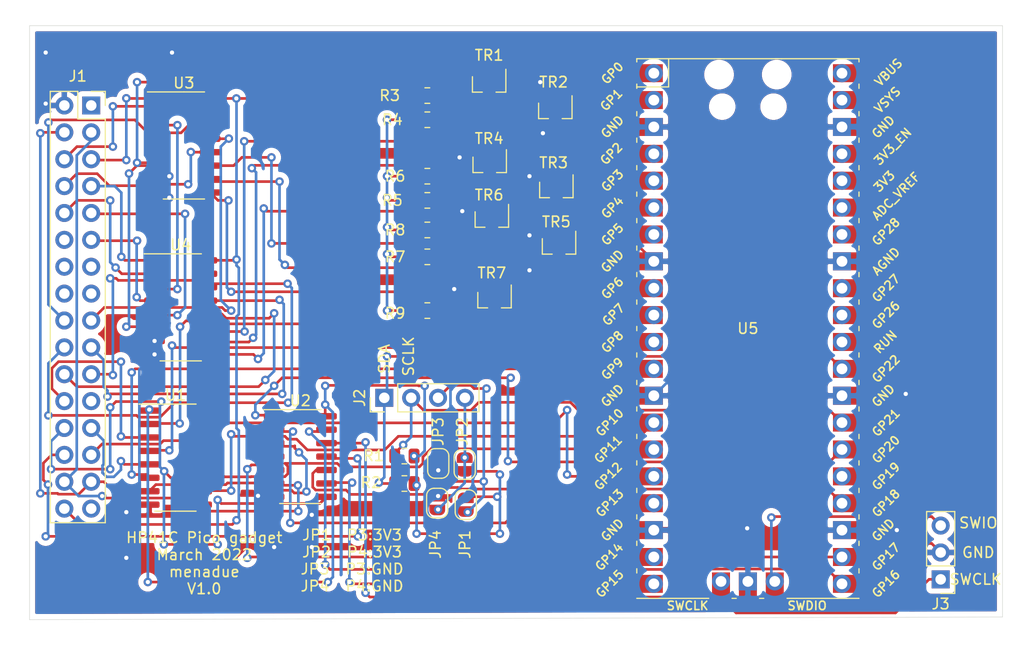
<source format=kicad_pcb>
(kicad_pcb (version 20171130) (host pcbnew 5.1.5+dfsg1-2build2)
  (layers (0 F.Cu signal) (31 B.Cu signal) (34 B.Paste user) (35 F.Paste user) (36 B.SilkS user) (37 F.SilkS user) (38 B.Mask user) (39 F.Mask user) (44 Edge.Cuts user))
  (net 0 "")
  (net 1 VCC)
  (net 2 ISA)
  (net 3 DATA)
  (net 4 FI)
  (net 5 PWO)
  (net 6 SYNC)
  (net 7 PHI2)
  (net 8 PHI1)
  (net 9 KR3)
  (net 10 KR2)
  (net 11 KR1)
  (net 12 KR0)
  (net 13 KC1)
  (net 14 KC0)
  (net 15 KR7)
  (net 16 KR6)
  (net 17 KR5)
  (net 18 KC3)
  (net 19 KR4)
  (net 20 KC2)
  (net 21 KC4)
  (net 22 GND)
  (net 23 "Net-(J2-Pad4)")
  (net 24 "Net-(J2-Pad3)")
  (net 25 I2C_SCL)
  (net 26 I2C_SDA)
  (net 27 SWIO)
  (net 28 SWCLK)
  (net 29 3V3)
  (net 30 KB_INH)
  (net 31 KRA)
  (net 32 KRC)
  (net 33 KRB)
  (net 34 KCB)
  (net 35 KCA)
  (net 36 KCC)
  (net 37 P_KB_INH)
  (net 38 P_KRA)
  (net 39 P_KRC)
  (net 40 P_KRB)
  (net 41 P_KCB)
  (net 42 P_KCA)
  (net 43 P_KCC)
  (net 44 P_PWO)
  (net 45 P_SYNC)
  (net 46 P_ISA)
  (net 47 P_DATA)
  (net 48 P_PHI2)
  (net 49 P_PHI1)
  (net 50 P_FI_OE)
  (net 51 P_FI_DRV)
  (net 52 P_SYNC_OE)
  (net 53 P_SYNC_DRV)
  (net 54 P_ISA_DRV)
  (net 55 P_DATA_DRV)
  (net 56 P_DATA_OE)
  (net 57 "Net-(U3-Pad3)")
  (net 58 P_ISA_OE)
  (net 59 "Net-(U5-Pad30)")
  (net 60 "Net-(U5-Pad31)")
  (net 61 "Net-(U5-Pad32)")
  (net 62 "Net-(U5-Pad34)")
  (net 63 "Net-(U5-Pad35)")
  (net 64 "Net-(U5-Pad36)")
  (net 65 "Net-(U5-Pad37)")
  (net 66 "Net-(U5-Pad39)")
  (net 67 "Net-(U5-Pad40)")
  (module rp2040:RPi_Pico_SMD_TH (layer F.Cu) (at 65.6 8.3)
    (fp_text reference U5 (at 0 0) (layer F.SilkS))
    (fp_text value Pico)
    (fp_text user SWDIO (at 5.6 26.2) (layer F.SilkS) (effects (font (size 0.8 0.8))))
    (fp_text user SWCLK (at -5.7 26.2) (layer F.SilkS) (effects (font (size 0.8 0.8))))
    (fp_text user AGND (at 13.054 -6.35 45) (layer F.SilkS) (effects (font (size 0.8 0.8))))
    (fp_text user GND (at 12.8 -19.05 45) (layer F.SilkS) (effects (font (size 0.8 0.8))))
    (fp_text user GND (at 12.8 6.35 45) (layer F.SilkS) (effects (font (size 0.8 0.8))))
    (fp_text user GND (at 12.8 19.05 45) (layer F.SilkS) (effects (font (size 0.8 0.8))))
    (fp_text user GND (at -12.8 19.05 45) (layer F.SilkS) (effects (font (size 0.8 0.8))))
    (fp_text user GND (at -12.8 6.35 45) (layer F.SilkS) (effects (font (size 0.8 0.8))))
    (fp_text user GND (at -12.8 -6.35 45) (layer F.SilkS) (effects (font (size 0.8 0.8))))
    (fp_text user GND (at -12.8 -19.05 45) (layer F.SilkS) (effects (font (size 0.8 0.8))))
    (fp_text user VBUS (at 13.3 -24.2 45) (layer F.SilkS) (effects (font (size 0.8 0.8))))
    (fp_text user VSYS (at 13.2 -21.59 45) (layer F.SilkS) (effects (font (size 0.8 0.8))))
    (fp_text user 3V3_EN (at 13.7 -17.2 45) (layer F.SilkS) (effects (font (size 0.8 0.8))))
    (fp_text user 3V3 (at 12.9 -13.9 45) (layer F.SilkS) (effects (font (size 0.8 0.8))))
    (fp_text user ADC_VREF (at 14 -12.5 45) (layer F.SilkS) (effects (font (size 0.8 0.8))))
    (fp_text user GP28 (at 13.054 -9.144 45) (layer F.SilkS) (effects (font (size 0.8 0.8))))
    (fp_text user GP27 (at 13.054 -3.8 45) (layer F.SilkS) (effects (font (size 0.8 0.8))))
    (fp_text user GP26 (at 13.054 -1.27 45) (layer F.SilkS) (effects (font (size 0.8 0.8))))
    (fp_text user RUN (at 13 1.27 45) (layer F.SilkS) (effects (font (size 0.8 0.8))))
    (fp_text user GP22 (at 13.054 3.81 45) (layer F.SilkS) (effects (font (size 0.8 0.8))))
    (fp_text user GP21 (at 13.054 8.9 45) (layer F.SilkS) (effects (font (size 0.8 0.8))))
    (fp_text user GP20 (at 13.054 11.43 45) (layer F.SilkS) (effects (font (size 0.8 0.8))))
    (fp_text user GP19 (at 13.054 13.97 45) (layer F.SilkS) (effects (font (size 0.8 0.8))))
    (fp_text user GP18 (at 13.054 16.51 45) (layer F.SilkS) (effects (font (size 0.8 0.8))))
    (fp_text user GP17 (at 13.054 21.59 45) (layer F.SilkS) (effects (font (size 0.8 0.8))))
    (fp_text user GP16 (at 13.054 24.13 45) (layer F.SilkS) (effects (font (size 0.8 0.8))))
    (fp_text user GP15 (at -13.054 24.13 45) (layer F.SilkS) (effects (font (size 0.8 0.8))))
    (fp_text user GP14 (at -13.1 21.59 45) (layer F.SilkS) (effects (font (size 0.8 0.8))))
    (fp_text user GP13 (at -13.054 16.51 45) (layer F.SilkS) (effects (font (size 0.8 0.8))))
    (fp_text user GP12 (at -13.2 13.97 45) (layer F.SilkS) (effects (font (size 0.8 0.8))))
    (fp_text user GP11 (at -13.2 11.43 45) (layer F.SilkS) (effects (font (size 0.8 0.8))))
    (fp_text user GP10 (at -13.054 8.89 45) (layer F.SilkS) (effects (font (size 0.8 0.8))))
    (fp_text user GP9 (at -12.8 3.81 45) (layer F.SilkS) (effects (font (size 0.8 0.8))))
    (fp_text user GP8 (at -12.8 1.27 45) (layer F.SilkS) (effects (font (size 0.8 0.8))))
    (fp_text user GP7 (at -12.7 -1.3 45) (layer F.SilkS) (effects (font (size 0.8 0.8))))
    (fp_text user GP6 (at -12.8 -3.81 45) (layer F.SilkS) (effects (font (size 0.8 0.8))))
    (fp_text user GP5 (at -12.8 -8.89 45) (layer F.SilkS) (effects (font (size 0.8 0.8))))
    (fp_text user GP4 (at -12.8 -11.43 45) (layer F.SilkS) (effects (font (size 0.8 0.8))))
    (fp_text user GP3 (at -12.8 -13.97 45) (layer F.SilkS) (effects (font (size 0.8 0.8))))
    (fp_text user GP0 (at -12.8 -24.13 45) (layer F.SilkS) (effects (font (size 0.8 0.8))))
    (fp_text user GP2 (at -12.9 -16.51 45) (layer F.SilkS) (effects (font (size 0.8 0.8))))
    (fp_text user GP1 (at -12.9 -21.6 45) (layer F.SilkS) (effects (font (size 0.8 0.8))))
    (pad 43 thru_hole oval (at 2.54 23.9) (size 1.7 1.7) (drill 1.02) (layers *.Cu *.Mask) (net 27 SWIO))
    (pad 43 smd rect (at 2.54 23.9 90) (size 3.5 1.7) (drill (offset -0.9 0)) (layers F.Cu F.Mask) (net 27 SWIO))
    (pad 42 thru_hole rect (at 0 23.9) (size 1.7 1.7) (drill 1.02) (layers *.Cu *.Mask) (net 22 GND))
    (pad 42 smd rect (at 0 23.9 90) (size 3.5 1.7) (drill (offset -0.9 0)) (layers F.Cu F.Mask) (net 22 GND))
    (pad 41 thru_hole oval (at -2.54 23.9) (size 1.7 1.7) (drill 1.02) (layers *.Cu *.Mask) (net 28 SWCLK))
    (pad 41 smd rect (at -2.54 23.9 90) (size 3.5 1.7) (drill (offset -0.9 0)) (layers F.Cu F.Mask) (net 28 SWCLK))
    (pad "" np_thru_hole oval (at 2.425 -20.97) (size 1.5 1.5) (drill 1.5) (layers *.Cu *.Mask))
    (pad "" np_thru_hole oval (at -2.425 -20.97) (size 1.5 1.5) (drill 1.5) (layers *.Cu *.Mask))
    (pad "" np_thru_hole oval (at 2.725 -24) (size 1.8 1.8) (drill 1.8) (layers *.Cu *.Mask))
    (pad "" np_thru_hole oval (at -2.725 -24) (size 1.8 1.8) (drill 1.8) (layers *.Cu *.Mask))
    (pad 21 smd rect (at 8.89 24.13) (size 3.5 1.7) (drill (offset 0.9 0)) (layers F.Cu F.Mask) (net 51 P_FI_DRV))
    (pad 22 smd rect (at 8.89 21.59) (size 3.5 1.7) (drill (offset 0.9 0)) (layers F.Cu F.Mask) (net 50 P_FI_OE))
    (pad 23 smd rect (at 8.89 19.05) (size 3.5 1.7) (drill (offset 0.9 0)) (layers F.Cu F.Mask) (net 22 GND))
    (pad 24 smd rect (at 8.89 16.51) (size 3.5 1.7) (drill (offset 0.9 0)) (layers F.Cu F.Mask) (net 52 P_SYNC_OE))
    (pad 25 smd rect (at 8.89 13.97) (size 3.5 1.7) (drill (offset 0.9 0)) (layers F.Cu F.Mask) (net 58 P_ISA_OE))
    (pad 26 smd rect (at 8.89 11.43) (size 3.5 1.7) (drill (offset 0.9 0)) (layers F.Cu F.Mask) (net 56 P_DATA_OE))
    (pad 27 smd rect (at 8.89 8.89) (size 3.5 1.7) (drill (offset 0.9 0)) (layers F.Cu F.Mask) (net 25 I2C_SCL))
    (pad 28 smd rect (at 8.89 6.35) (size 3.5 1.7) (drill (offset 0.9 0)) (layers F.Cu F.Mask) (net 22 GND))
    (pad 29 smd rect (at 8.89 3.81) (size 3.5 1.7) (drill (offset 0.9 0)) (layers F.Cu F.Mask) (net 26 I2C_SDA))
    (pad 30 smd rect (at 8.89 1.27) (size 3.5 1.7) (drill (offset 0.9 0)) (layers F.Cu F.Mask) (net 59 "Net-(U5-Pad30)"))
    (pad 31 smd rect (at 8.89 -1.27) (size 3.5 1.7) (drill (offset 0.9 0)) (layers F.Cu F.Mask) (net 60 "Net-(U5-Pad31)"))
    (pad 32 smd rect (at 8.89 -3.81) (size 3.5 1.7) (drill (offset 0.9 0)) (layers F.Cu F.Mask) (net 61 "Net-(U5-Pad32)"))
    (pad 33 smd rect (at 8.89 -6.35) (size 3.5 1.7) (drill (offset 0.9 0)) (layers F.Cu F.Mask) (net 22 GND))
    (pad 34 smd rect (at 8.89 -8.89) (size 3.5 1.7) (drill (offset 0.9 0)) (layers F.Cu F.Mask) (net 62 "Net-(U5-Pad34)"))
    (pad 35 smd rect (at 8.89 -11.43) (size 3.5 1.7) (drill (offset 0.9 0)) (layers F.Cu F.Mask) (net 63 "Net-(U5-Pad35)"))
    (pad 36 smd rect (at 8.89 -13.97) (size 3.5 1.7) (drill (offset 0.9 0)) (layers F.Cu F.Mask) (net 64 "Net-(U5-Pad36)"))
    (pad 37 smd rect (at 8.89 -16.51) (size 3.5 1.7) (drill (offset 0.9 0)) (layers F.Cu F.Mask) (net 65 "Net-(U5-Pad37)"))
    (pad 38 smd rect (at 8.89 -19.05) (size 3.5 1.7) (drill (offset 0.9 0)) (layers F.Cu F.Mask) (net 22 GND))
    (pad 39 smd rect (at 8.89 -21.59) (size 3.5 1.7) (drill (offset 0.9 0)) (layers F.Cu F.Mask) (net 66 "Net-(U5-Pad39)"))
    (pad 40 smd rect (at 8.89 -24.13) (size 3.5 1.7) (drill (offset 0.9 0)) (layers F.Cu F.Mask) (net 67 "Net-(U5-Pad40)"))
    (pad 20 smd rect (at -8.89 24.13) (size 3.5 1.7) (drill (offset -0.9 0)) (layers F.Cu F.Mask) (net 53 P_SYNC_DRV))
    (pad 19 smd rect (at -8.89 21.59) (size 3.5 1.7) (drill (offset -0.9 0)) (layers F.Cu F.Mask) (net 54 P_ISA_DRV))
    (pad 18 smd rect (at -8.89 19.05) (size 3.5 1.7) (drill (offset -0.9 0)) (layers F.Cu F.Mask) (net 22 GND))
    (pad 17 smd rect (at -8.89 16.51) (size 3.5 1.7) (drill (offset -0.9 0)) (layers F.Cu F.Mask) (net 55 P_DATA_DRV))
    (pad 16 smd rect (at -8.89 13.97) (size 3.5 1.7) (drill (offset -0.9 0)) (layers F.Cu F.Mask) (net 44 P_PWO))
    (pad 15 smd rect (at -8.89 11.43) (size 3.5 1.7) (drill (offset -0.9 0)) (layers F.Cu F.Mask) (net 45 P_SYNC))
    (pad 14 smd rect (at -8.89 8.89) (size 3.5 1.7) (drill (offset -0.9 0)) (layers F.Cu F.Mask) (net 46 P_ISA))
    (pad 13 smd rect (at -8.89 6.35) (size 3.5 1.7) (drill (offset -0.9 0)) (layers F.Cu F.Mask) (net 22 GND))
    (pad 12 smd rect (at -8.89 3.81) (size 3.5 1.7) (drill (offset -0.9 0)) (layers F.Cu F.Mask) (net 47 P_DATA))
    (pad 11 smd rect (at -8.89 1.27) (size 3.5 1.7) (drill (offset -0.9 0)) (layers F.Cu F.Mask) (net 48 P_PHI2))
    (pad 10 smd rect (at -8.89 -1.27) (size 3.5 1.7) (drill (offset -0.9 0)) (layers F.Cu F.Mask) (net 49 P_PHI1))
    (pad 9 smd rect (at -8.89 -3.81) (size 3.5 1.7) (drill (offset -0.9 0)) (layers F.Cu F.Mask) (net 43 P_KCC))
    (pad 8 smd rect (at -8.89 -6.35) (size 3.5 1.7) (drill (offset -0.9 0)) (layers F.Cu F.Mask) (net 22 GND))
    (pad 7 smd rect (at -8.89 -8.89) (size 3.5 1.7) (drill (offset -0.9 0)) (layers F.Cu F.Mask) (net 41 P_KCB))
    (pad 6 smd rect (at -8.89 -11.43) (size 3.5 1.7) (drill (offset -0.9 0)) (layers F.Cu F.Mask) (net 42 P_KCA))
    (pad 5 smd rect (at -8.89 -13.97) (size 3.5 1.7) (drill (offset -0.9 0)) (layers F.Cu F.Mask) (net 39 P_KRC))
    (pad 4 smd rect (at -8.89 -16.51) (size 3.5 1.7) (drill (offset -0.9 0)) (layers F.Cu F.Mask) (net 40 P_KRB))
    (pad 3 smd rect (at -8.89 -19.05) (size 3.5 1.7) (drill (offset -0.9 0)) (layers F.Cu F.Mask) (net 22 GND))
    (pad 2 smd rect (at -8.89 -21.59) (size 3.5 1.7) (drill (offset -0.9 0)) (layers F.Cu F.Mask) (net 38 P_KRA))
    (pad 1 smd rect (at -8.89 -24.13) (size 3.5 1.7) (drill (offset -0.9 0)) (layers F.Cu F.Mask) (net 37 P_KB_INH))
    (pad 40 thru_hole oval (at 8.89 -24.13) (size 1.7 1.7) (drill 1.02) (layers *.Cu *.Mask) (net 67 "Net-(U5-Pad40)"))
    (pad 39 thru_hole oval (at 8.89 -21.59) (size 1.7 1.7) (drill 1.02) (layers *.Cu *.Mask) (net 66 "Net-(U5-Pad39)"))
    (pad 38 thru_hole rect (at 8.89 -19.05) (size 1.7 1.7) (drill 1.02) (layers *.Cu *.Mask) (net 22 GND))
    (pad 37 thru_hole oval (at 8.89 -16.51) (size 1.7 1.7) (drill 1.02) (layers *.Cu *.Mask) (net 65 "Net-(U5-Pad37)"))
    (pad 36 thru_hole oval (at 8.89 -13.97) (size 1.7 1.7) (drill 1.02) (layers *.Cu *.Mask) (net 64 "Net-(U5-Pad36)"))
    (pad 35 thru_hole oval (at 8.89 -11.43) (size 1.7 1.7) (drill 1.02) (layers *.Cu *.Mask) (net 63 "Net-(U5-Pad35)"))
    (pad 34 thru_hole oval (at 8.89 -8.89) (size 1.7 1.7) (drill 1.02) (layers *.Cu *.Mask) (net 62 "Net-(U5-Pad34)"))
    (pad 33 thru_hole rect (at 8.89 -6.35) (size 1.7 1.7) (drill 1.02) (layers *.Cu *.Mask) (net 22 GND))
    (pad 32 thru_hole oval (at 8.89 -3.81) (size 1.7 1.7) (drill 1.02) (layers *.Cu *.Mask) (net 61 "Net-(U5-Pad32)"))
    (pad 31 thru_hole oval (at 8.89 -1.27) (size 1.7 1.7) (drill 1.02) (layers *.Cu *.Mask) (net 60 "Net-(U5-Pad31)"))
    (pad 30 thru_hole oval (at 8.89 1.27) (size 1.7 1.7) (drill 1.02) (layers *.Cu *.Mask) (net 59 "Net-(U5-Pad30)"))
    (pad 29 thru_hole oval (at 8.89 3.81) (size 1.7 1.7) (drill 1.02) (layers *.Cu *.Mask) (net 26 I2C_SDA))
    (pad 28 thru_hole rect (at 8.89 6.35) (size 1.7 1.7) (drill 1.02) (layers *.Cu *.Mask) (net 22 GND))
    (pad 27 thru_hole oval (at 8.89 8.89) (size 1.7 1.7) (drill 1.02) (layers *.Cu *.Mask) (net 25 I2C_SCL))
    (pad 26 thru_hole oval (at 8.89 11.43) (size 1.7 1.7) (drill 1.02) (layers *.Cu *.Mask) (net 56 P_DATA_OE))
    (pad 25 thru_hole oval (at 8.89 13.97) (size 1.7 1.7) (drill 1.02) (layers *.Cu *.Mask) (net 58 P_ISA_OE))
    (pad 24 thru_hole oval (at 8.89 16.51) (size 1.7 1.7) (drill 1.02) (layers *.Cu *.Mask) (net 52 P_SYNC_OE))
    (pad 23 thru_hole rect (at 8.89 19.05) (size 1.7 1.7) (drill 1.02) (layers *.Cu *.Mask) (net 22 GND))
    (pad 22 thru_hole oval (at 8.89 21.59) (size 1.7 1.7) (drill 1.02) (layers *.Cu *.Mask) (net 50 P_FI_OE))
    (pad 21 thru_hole oval (at 8.89 24.13) (size 1.7 1.7) (drill 1.02) (layers *.Cu *.Mask) (net 51 P_FI_DRV))
    (pad 20 thru_hole oval (at -8.89 24.13) (size 1.7 1.7) (drill 1.02) (layers *.Cu *.Mask) (net 53 P_SYNC_DRV))
    (pad 19 thru_hole oval (at -8.89 21.59) (size 1.7 1.7) (drill 1.02) (layers *.Cu *.Mask) (net 54 P_ISA_DRV))
    (pad 18 thru_hole rect (at -8.89 19.05) (size 1.7 1.7) (drill 1.02) (layers *.Cu *.Mask) (net 22 GND))
    (pad 17 thru_hole oval (at -8.89 16.51) (size 1.7 1.7) (drill 1.02) (layers *.Cu *.Mask) (net 55 P_DATA_DRV))
    (pad 16 thru_hole oval (at -8.89 13.97) (size 1.7 1.7) (drill 1.02) (layers *.Cu *.Mask) (net 44 P_PWO))
    (pad 15 thru_hole oval (at -8.89 11.43) (size 1.7 1.7) (drill 1.02) (layers *.Cu *.Mask) (net 45 P_SYNC))
    (pad 14 thru_hole oval (at -8.89 8.89) (size 1.7 1.7) (drill 1.02) (layers *.Cu *.Mask) (net 46 P_ISA))
    (pad 13 thru_hole rect (at -8.89 6.35) (size 1.7 1.7) (drill 1.02) (layers *.Cu *.Mask) (net 22 GND))
    (pad 12 thru_hole oval (at -8.89 3.81) (size 1.7 1.7) (drill 1.02) (layers *.Cu *.Mask) (net 47 P_DATA))
    (pad 11 thru_hole oval (at -8.89 1.27) (size 1.7 1.7) (drill 1.02) (layers *.Cu *.Mask) (net 48 P_PHI2))
    (pad 10 thru_hole oval (at -8.89 -1.27) (size 1.7 1.7) (drill 1.02) (layers *.Cu *.Mask) (net 49 P_PHI1))
    (pad 9 thru_hole oval (at -8.89 -3.81) (size 1.7 1.7) (drill 1.02) (layers *.Cu *.Mask) (net 43 P_KCC))
    (pad 8 thru_hole rect (at -8.89 -6.35) (size 1.7 1.7) (drill 1.02) (layers *.Cu *.Mask) (net 22 GND))
    (pad 7 thru_hole oval (at -8.89 -8.89) (size 1.7 1.7) (drill 1.02) (layers *.Cu *.Mask) (net 41 P_KCB))
    (pad 6 thru_hole oval (at -8.89 -11.43) (size 1.7 1.7) (drill 1.02) (layers *.Cu *.Mask) (net 42 P_KCA))
    (pad 5 thru_hole oval (at -8.89 -13.97) (size 1.7 1.7) (drill 1.02) (layers *.Cu *.Mask) (net 39 P_KRC))
    (pad 4 thru_hole oval (at -8.89 -16.51) (size 1.7 1.7) (drill 1.02) (layers *.Cu *.Mask) (net 40 P_KRB))
    (pad 3 thru_hole rect (at -8.89 -19.05) (size 1.7 1.7) (drill 1.02) (layers *.Cu *.Mask) (net 22 GND))
    (pad 2 thru_hole oval (at -8.89 -21.59) (size 1.7 1.7) (drill 1.02) (layers *.Cu *.Mask) (net 38 P_KRA))
    (pad 1 thru_hole oval (at -8.89 -24.13) (size 1.7 1.7) (drill 1.02) (layers *.Cu *.Mask) (net 37 P_KB_INH))
  )
  (module Package_SO:SOIC-16_3.9x9.9mm_P1.27mm (layer F.Cu) (at 12 6.3)
    (fp_text reference U4 (at 0 -5.9) (layer F.SilkS))
    (fp_text value 4051)
    (pad 16 smd roundrect (at 2.475 -4.445) (size 1.95 0.6) (layers F.Cu F.Paste F.Mask) (net 1 VCC))
    (pad 15 smd roundrect (at 2.475 -3.175) (size 1.95 0.6) (layers F.Cu F.Paste F.Mask) (net 10 KR2))
    (pad 14 smd roundrect (at 2.475 -1.905) (size 1.95 0.6) (layers F.Cu F.Paste F.Mask) (net 11 KR1))
    (pad 13 smd roundrect (at 2.475 -0.635) (size 1.95 0.6) (layers F.Cu F.Paste F.Mask) (net 12 KR0))
    (pad 12 smd roundrect (at 2.475 0.635) (size 1.95 0.6) (layers F.Cu F.Paste F.Mask) (net 9 KR3))
    (pad 11 smd roundrect (at 2.475 1.905) (size 1.95 0.6) (layers F.Cu F.Paste F.Mask) (net 31 KRA))
    (pad 10 smd roundrect (at 2.475 3.175) (size 1.95 0.6) (layers F.Cu F.Paste F.Mask) (net 33 KRB))
    (pad 9 smd roundrect (at 2.475 4.445) (size 1.95 0.6) (layers F.Cu F.Paste F.Mask) (net 32 KRC))
    (pad 8 smd roundrect (at -2.475 4.445) (size 1.95 0.6) (layers F.Cu F.Paste F.Mask) (net 22 GND))
    (pad 7 smd roundrect (at -2.475 3.175) (size 1.95 0.6) (layers F.Cu F.Paste F.Mask) (net 22 GND))
    (pad 6 smd roundrect (at -2.475 1.905) (size 1.95 0.6) (layers F.Cu F.Paste F.Mask) (net 30 KB_INH))
    (pad 5 smd roundrect (at -2.475 0.635) (size 1.95 0.6) (layers F.Cu F.Paste F.Mask) (net 17 KR5))
    (pad 4 smd roundrect (at -2.475 -0.635) (size 1.95 0.6) (layers F.Cu F.Paste F.Mask) (net 15 KR7))
    (pad 3 smd roundrect (at -2.475 -1.905) (size 1.95 0.6) (layers F.Cu F.Paste F.Mask) (net 57 "Net-(U3-Pad3)"))
    (pad 2 smd roundrect (at -2.475 -3.175) (size 1.95 0.6) (layers F.Cu F.Paste F.Mask) (net 16 KR6))
    (pad 1 smd roundrect (at -2.475 -4.445) (size 1.95 0.6) (layers F.Cu F.Paste F.Mask) (net 19 KR4))
  )
  (module Package_SO:SOIC-16_3.9x9.9mm_P1.27mm (layer F.Cu) (at 12.3 -9)
    (fp_text reference U3 (at 0 -5.9) (layer F.SilkS))
    (fp_text value 4051)
    (pad 16 smd roundrect (at 2.475 -4.445) (size 1.95 0.6) (layers F.Cu F.Paste F.Mask) (net 1 VCC))
    (pad 15 smd roundrect (at 2.475 -3.175) (size 1.95 0.6) (layers F.Cu F.Paste F.Mask) (net 20 KC2))
    (pad 14 smd roundrect (at 2.475 -1.905) (size 1.95 0.6) (layers F.Cu F.Paste F.Mask) (net 13 KC1))
    (pad 13 smd roundrect (at 2.475 -0.635) (size 1.95 0.6) (layers F.Cu F.Paste F.Mask) (net 14 KC0))
    (pad 12 smd roundrect (at 2.475 0.635) (size 1.95 0.6) (layers F.Cu F.Paste F.Mask) (net 18 KC3))
    (pad 11 smd roundrect (at 2.475 1.905) (size 1.95 0.6) (layers F.Cu F.Paste F.Mask) (net 35 KCA))
    (pad 10 smd roundrect (at 2.475 3.175) (size 1.95 0.6) (layers F.Cu F.Paste F.Mask) (net 34 KCB))
    (pad 9 smd roundrect (at 2.475 4.445) (size 1.95 0.6) (layers F.Cu F.Paste F.Mask) (net 36 KCC))
    (pad 8 smd roundrect (at -2.475 4.445) (size 1.95 0.6) (layers F.Cu F.Paste F.Mask) (net 22 GND))
    (pad 7 smd roundrect (at -2.475 3.175) (size 1.95 0.6) (layers F.Cu F.Paste F.Mask) (net 22 GND))
    (pad 6 smd roundrect (at -2.475 1.905) (size 1.95 0.6) (layers F.Cu F.Paste F.Mask) (net 30 KB_INH))
    (pad 5 smd roundrect (at -2.475 0.635) (size 1.95 0.6) (layers F.Cu F.Paste F.Mask))
    (pad 4 smd roundrect (at -2.475 -0.635) (size 1.95 0.6) (layers F.Cu F.Paste F.Mask))
    (pad 3 smd roundrect (at -2.475 -1.905) (size 1.95 0.6) (layers F.Cu F.Paste F.Mask) (net 57 "Net-(U3-Pad3)"))
    (pad 2 smd roundrect (at -2.475 -3.175) (size 1.95 0.6) (layers F.Cu F.Paste F.Mask))
    (pad 1 smd roundrect (at -2.475 -4.445) (size 1.95 0.6) (layers F.Cu F.Paste F.Mask) (net 21 KC4))
  )
  (module Package_SO:SOIC-14_3.9x8.7mm_P1.27mm (layer F.Cu) (at 23.3 20.4)
    (fp_text reference U2 (at 0 -5.28) (layer F.SilkS))
    (fp_text value 74LS125)
    (pad 14 smd roundrect (at 2.475 -3.81) (size 1.95 0.6) (layers F.Cu F.Paste F.Mask) (net 29 3V3))
    (pad 13 smd roundrect (at 2.475 -2.54) (size 1.95 0.6) (layers F.Cu F.Paste F.Mask) (net 50 P_FI_OE))
    (pad 12 smd roundrect (at 2.475 -1.27) (size 1.95 0.6) (layers F.Cu F.Paste F.Mask) (net 51 P_FI_DRV))
    (pad 11 smd roundrect (at 2.475 0) (size 1.95 0.6) (layers F.Cu F.Paste F.Mask) (net 4 FI))
    (pad 10 smd roundrect (at 2.475 1.27) (size 1.95 0.6) (layers F.Cu F.Paste F.Mask) (net 52 P_SYNC_OE))
    (pad 9 smd roundrect (at 2.475 2.54) (size 1.95 0.6) (layers F.Cu F.Paste F.Mask) (net 53 P_SYNC_DRV))
    (pad 8 smd roundrect (at 2.475 3.81) (size 1.95 0.6) (layers F.Cu F.Paste F.Mask) (net 6 SYNC))
    (pad 7 smd roundrect (at -2.475 3.81) (size 1.95 0.6) (layers F.Cu F.Paste F.Mask) (net 22 GND))
    (pad 6 smd roundrect (at -2.475 2.54) (size 1.95 0.6) (layers F.Cu F.Paste F.Mask) (net 2 ISA))
    (pad 5 smd roundrect (at -2.475 1.27) (size 1.95 0.6) (layers F.Cu F.Paste F.Mask) (net 54 P_ISA_DRV))
    (pad 4 smd roundrect (at -2.475 0) (size 1.95 0.6) (layers F.Cu F.Paste F.Mask))
    (pad 3 smd roundrect (at -2.475 -1.27) (size 1.95 0.6) (layers F.Cu F.Paste F.Mask) (net 3 DATA))
    (pad 2 smd roundrect (at -2.475 -2.54) (size 1.95 0.6) (layers F.Cu F.Paste F.Mask) (net 55 P_DATA_DRV))
    (pad 1 smd roundrect (at -2.475 -3.81) (size 1.95 0.6) (layers F.Cu F.Paste F.Mask) (net 56 P_DATA_OE))
  )
  (module Package_SO:SOIC-16_3.9x9.9mm_P1.27mm (layer F.Cu) (at 11.5 20.5)
    (fp_text reference U1 (at 0 -5.9) (layer F.SilkS))
    (fp_text value 4050)
    (pad 16 smd roundrect (at 2.475 -4.445) (size 1.95 0.6) (layers F.Cu F.Paste F.Mask))
    (pad 15 smd roundrect (at 2.475 -3.175) (size 1.95 0.6) (layers F.Cu F.Paste F.Mask) (net 44 P_PWO))
    (pad 14 smd roundrect (at 2.475 -1.905) (size 1.95 0.6) (layers F.Cu F.Paste F.Mask) (net 5 PWO))
    (pad 13 smd roundrect (at 2.475 -0.635) (size 1.95 0.6) (layers F.Cu F.Paste F.Mask))
    (pad 12 smd roundrect (at 2.475 0.635) (size 1.95 0.6) (layers F.Cu F.Paste F.Mask) (net 45 P_SYNC))
    (pad 11 smd roundrect (at 2.475 1.905) (size 1.95 0.6) (layers F.Cu F.Paste F.Mask) (net 6 SYNC))
    (pad 10 smd roundrect (at 2.475 3.175) (size 1.95 0.6) (layers F.Cu F.Paste F.Mask) (net 46 P_ISA))
    (pad 9 smd roundrect (at 2.475 4.445) (size 1.95 0.6) (layers F.Cu F.Paste F.Mask) (net 2 ISA))
    (pad 8 smd roundrect (at -2.475 4.445) (size 1.95 0.6) (layers F.Cu F.Paste F.Mask) (net 22 GND))
    (pad 7 smd roundrect (at -2.475 3.175) (size 1.95 0.6) (layers F.Cu F.Paste F.Mask) (net 3 DATA))
    (pad 6 smd roundrect (at -2.475 1.905) (size 1.95 0.6) (layers F.Cu F.Paste F.Mask) (net 47 P_DATA))
    (pad 5 smd roundrect (at -2.475 0.635) (size 1.95 0.6) (layers F.Cu F.Paste F.Mask) (net 7 PHI2))
    (pad 4 smd roundrect (at -2.475 -0.635) (size 1.95 0.6) (layers F.Cu F.Paste F.Mask) (net 48 P_PHI2))
    (pad 3 smd roundrect (at -2.475 -1.905) (size 1.95 0.6) (layers F.Cu F.Paste F.Mask) (net 8 PHI1))
    (pad 2 smd roundrect (at -2.475 -3.175) (size 1.95 0.6) (layers F.Cu F.Paste F.Mask) (net 49 P_PHI1))
    (pad 1 smd roundrect (at -2.475 -4.445) (size 1.95 0.6) (layers F.Cu F.Paste F.Mask) (net 29 3V3))
  )
  (module Package_TO_SOT_SMD:SOT-23 (layer F.Cu) (at 41.656 5.588 270)
    (fp_text reference TR7 (at -2.54 0.254 180) (layer F.SilkS))
    (fp_text value si2302)
    (pad 3 smd rect (at 1 0 270) (size 0.9 0.8) (layers F.Cu F.Paste F.Mask) (net 36 KCC))
    (pad 2 smd rect (at -1 0.95 270) (size 0.9 0.8) (layers F.Cu F.Paste F.Mask) (net 22 GND))
    (pad 1 smd rect (at -1 -0.95 270) (size 0.9 0.8) (layers F.Cu F.Paste F.Mask) (net 43 P_KCC))
  )
  (module Package_TO_SOT_SMD:SOT-23 (layer F.Cu) (at 41.402 -2.032 270)
    (fp_text reference TR6 (at -2.286 0.254 180) (layer F.SilkS))
    (fp_text value si2302)
    (pad 3 smd rect (at 1 0 270) (size 0.9 0.8) (layers F.Cu F.Paste F.Mask) (net 35 KCA))
    (pad 2 smd rect (at -1 0.95 270) (size 0.9 0.8) (layers F.Cu F.Paste F.Mask) (net 22 GND))
    (pad 1 smd rect (at -1 -0.95 270) (size 0.9 0.8) (layers F.Cu F.Paste F.Mask) (net 42 P_KCA))
  )
  (module Package_TO_SOT_SMD:SOT-23 (layer F.Cu) (at 47.752 0.508 270)
    (fp_text reference TR5 (at -2.286 0.254 180) (layer F.SilkS))
    (fp_text value si2302)
    (pad 3 smd rect (at 1 0 270) (size 0.9 0.8) (layers F.Cu F.Paste F.Mask) (net 34 KCB))
    (pad 2 smd rect (at -1 0.95 270) (size 0.9 0.8) (layers F.Cu F.Paste F.Mask) (net 22 GND))
    (pad 1 smd rect (at -1 -0.95 270) (size 0.9 0.8) (layers F.Cu F.Paste F.Mask) (net 41 P_KCB))
  )
  (module Package_TO_SOT_SMD:SOT-23 (layer F.Cu) (at 41.2 -7.2 270)
    (fp_text reference TR4 (at -2.452 0.052 180) (layer F.SilkS))
    (fp_text value si2302)
    (pad 3 smd rect (at 1 0 270) (size 0.9 0.8) (layers F.Cu F.Paste F.Mask) (net 33 KRB))
    (pad 2 smd rect (at -1 0.95 270) (size 0.9 0.8) (layers F.Cu F.Paste F.Mask) (net 22 GND))
    (pad 1 smd rect (at -1 -0.95 270) (size 0.9 0.8) (layers F.Cu F.Paste F.Mask) (net 40 P_KRB))
  )
  (module Package_TO_SOT_SMD:SOT-23 (layer F.Cu) (at 47.498 -4.826 270)
    (fp_text reference TR3 (at -2.54 0.254 180) (layer F.SilkS))
    (fp_text value si2302)
    (pad 3 smd rect (at 1 0 270) (size 0.9 0.8) (layers F.Cu F.Paste F.Mask) (net 32 KRC))
    (pad 2 smd rect (at -1 0.95 270) (size 0.9 0.8) (layers F.Cu F.Paste F.Mask) (net 22 GND))
    (pad 1 smd rect (at -1 -0.95 270) (size 0.9 0.8) (layers F.Cu F.Paste F.Mask) (net 39 P_KRC))
  )
  (module Package_TO_SOT_SMD:SOT-23 (layer F.Cu) (at 47.4 -12.3 270)
    (fp_text reference TR2 (at -2.686 0.156 180) (layer F.SilkS))
    (fp_text value si2302)
    (pad 3 smd rect (at 1 0 270) (size 0.9 0.8) (layers F.Cu F.Paste F.Mask) (net 31 KRA))
    (pad 2 smd rect (at -1 0.95 270) (size 0.9 0.8) (layers F.Cu F.Paste F.Mask) (net 22 GND))
    (pad 1 smd rect (at -1 -0.95 270) (size 0.9 0.8) (layers F.Cu F.Paste F.Mask) (net 38 P_KRA))
  )
  (module Package_TO_SOT_SMD:SOT-23 (layer F.Cu) (at 41.148 -14.8 270)
    (fp_text reference TR1 (at -2.726 0 180) (layer F.SilkS))
    (fp_text value Si2302)
    (pad 3 smd rect (at 1 0 270) (size 0.9 0.8) (layers F.Cu F.Paste F.Mask) (net 30 KB_INH))
    (pad 2 smd rect (at -1 0.95 270) (size 0.9 0.8) (layers F.Cu F.Paste F.Mask) (net 22 GND))
    (pad 1 smd rect (at -1 -0.95 270) (size 0.9 0.8) (layers F.Cu F.Paste F.Mask) (net 37 P_KB_INH))
  )
  (module Resistor_SMD:R_0805_2012Metric (layer F.Cu) (at 35.306 6.604)
    (fp_text reference R9 (at -3.048 0.254) (layer F.SilkS))
    (fp_text value 10k)
    (pad 2 smd roundrect (at 0.9125 0) (size 1.025 1.4) (layers F.Cu F.Paste F.Mask) (roundrect_rratio 0.243902) (net 36 KCC))
    (pad 1 smd roundrect (at -0.9125 0) (size 1.025 1.4) (layers F.Cu F.Paste F.Mask) (roundrect_rratio 0.243902) (net 1 VCC))
  )
  (module Resistor_SMD:R_0805_2012Metric (layer F.Cu) (at 35.306 -1.016)
    (fp_text reference R8 (at -3.048 0) (layer F.SilkS))
    (fp_text value 10k)
    (pad 2 smd roundrect (at 0.9125 0) (size 1.025 1.4) (layers F.Cu F.Paste F.Mask) (roundrect_rratio 0.243902) (net 35 KCA))
    (pad 1 smd roundrect (at -0.9125 0) (size 1.025 1.4) (layers F.Cu F.Paste F.Mask) (roundrect_rratio 0.243902) (net 1 VCC))
  )
  (module Resistor_SMD:R_0805_2012Metric (layer F.Cu) (at 35.306 1.524)
    (fp_text reference R7 (at -3.048 0) (layer F.SilkS))
    (fp_text value 10k)
    (pad 2 smd roundrect (at 0.9125 0) (size 1.025 1.4) (layers F.Cu F.Paste F.Mask) (roundrect_rratio 0.243902) (net 34 KCB))
    (pad 1 smd roundrect (at -0.9125 0) (size 1.025 1.4) (layers F.Cu F.Paste F.Mask) (roundrect_rratio 0.243902) (net 1 VCC))
  )
  (module Resistor_SMD:R_0805_2012Metric (layer F.Cu) (at 35.306 -6.096)
    (fp_text reference R6 (at -3.048 0) (layer F.SilkS))
    (fp_text value 10k)
    (pad 2 smd roundrect (at 0.9125 0) (size 1.025 1.4) (layers F.Cu F.Paste F.Mask) (roundrect_rratio 0.243902) (net 33 KRB))
    (pad 1 smd roundrect (at -0.9125 0) (size 1.025 1.4) (layers F.Cu F.Paste F.Mask) (roundrect_rratio 0.243902) (net 1 VCC))
  )
  (module Resistor_SMD:R_0805_2012Metric (layer F.Cu) (at 35.306 -3.81)
    (fp_text reference R5 (at -3.302 0) (layer F.SilkS))
    (fp_text value 10k)
    (pad 2 smd roundrect (at 0.9125 0) (size 1.025 1.4) (layers F.Cu F.Paste F.Mask) (roundrect_rratio 0.243902) (net 32 KRC))
    (pad 1 smd roundrect (at -0.9125 0) (size 1.025 1.4) (layers F.Cu F.Paste F.Mask) (roundrect_rratio 0.243902) (net 1 VCC))
  )
  (module Resistor_SMD:R_0805_2012Metric (layer F.Cu) (at 35.306 -11.43)
    (fp_text reference R4 (at -3.302 0) (layer F.SilkS))
    (fp_text value 10k)
    (pad 2 smd roundrect (at 0.9125 0) (size 1.025 1.4) (layers F.Cu F.Paste F.Mask) (roundrect_rratio 0.243902) (net 31 KRA))
    (pad 1 smd roundrect (at -0.9125 0) (size 1.025 1.4) (layers F.Cu F.Paste F.Mask) (roundrect_rratio 0.243902) (net 1 VCC))
  )
  (module Resistor_SMD:R_0805_2012Metric (layer F.Cu) (at 35.306 -13.716)
    (fp_text reference R3 (at -3.556 0) (layer F.SilkS))
    (fp_text value 10k)
    (pad 2 smd roundrect (at 0.9125 0) (size 1.025 1.4) (layers F.Cu F.Paste F.Mask) (roundrect_rratio 0.243902) (net 30 KB_INH))
    (pad 1 smd roundrect (at -0.9125 0) (size 1.025 1.4) (layers F.Cu F.Paste F.Mask) (roundrect_rratio 0.243902) (net 1 VCC))
  )
  (module Resistor_SMD:R_0805_2012Metric (layer F.Cu) (at 33.138 22.948 180)
    (fp_text reference R2 (at 3.166 0.088) (layer F.SilkS))
    (fp_text value 4k7)
    (pad 2 smd roundrect (at 0.9125 0 180) (size 1.025 1.4) (layers F.Cu F.Paste F.Mask) (roundrect_rratio 0.243902) (net 26 I2C_SDA))
    (pad 1 smd roundrect (at -0.9125 0 180) (size 1.025 1.4) (layers F.Cu F.Paste F.Mask) (roundrect_rratio 0.243902) (net 29 3V3))
  )
  (module Resistor_SMD:R_0805_2012Metric (layer F.Cu) (at 33.138 20.348 180)
    (fp_text reference R1 (at 2.912 0.028) (layer F.SilkS))
    (fp_text value 4k7)
    (pad 2 smd roundrect (at 0.9125 0 180) (size 1.025 1.4) (layers F.Cu F.Paste F.Mask) (roundrect_rratio 0.243902) (net 25 I2C_SCL))
    (pad 1 smd roundrect (at -0.9125 0 180) (size 1.025 1.4) (layers F.Cu F.Paste F.Mask) (roundrect_rratio 0.243902) (net 29 3V3))
  )
  (module Jumper:SolderJumper-2_P1.3mm_Open_RoundedPad1.0x1.5mm (layer F.Cu) (at 36.238 24.798 270)
    (fp_text reference JP4 (at 3.904 0.17 90) (layer F.SilkS))
    (fp_text value Jumper_NO_Small)
    (pad 2 smd custom (at 0.65 0 270) (size 1 0.5) (layers F.Cu F.Mask) (net 23 "Net-(J2-Pad4)") (options (clearance outline) (anchor rect)) (primitives (gr_circle (center 0 0.25) (end 0.5 0.25) (width 0)) (gr_circle (center 0 -0.25) (end 0.5 -0.25) (width 0)) (gr_poly (pts (xy 0 -0.75) (xy -0.5 -0.75) (xy -0.5 0.75) (xy 0 0.75)) (width 0))))
    (pad 1 smd custom (at -0.65 0 270) (size 1 0.5) (layers F.Cu F.Mask) (net 22 GND) (options (clearance outline) (anchor rect)) (primitives (gr_circle (center 0 0.25) (end 0.5 0.25) (width 0)) (gr_circle (center 0 -0.25) (end 0.5 -0.25) (width 0)) (gr_poly (pts (xy 0 -0.75) (xy 0.5 -0.75) (xy 0.5 0.75) (xy 0 0.75)) (width 0))))
  )
  (module Jumper:SolderJumper-2_P1.3mm_Open_RoundedPad1.0x1.5mm (layer F.Cu) (at 36.338 21.048 90)
    (fp_text reference JP3 (at 3.014 -0.016 90) (layer F.SilkS))
    (fp_text value Jumper_NO_Small)
    (pad 2 smd custom (at 0.65 0 90) (size 1 0.5) (layers F.Cu F.Mask) (net 24 "Net-(J2-Pad3)") (options (clearance outline) (anchor rect)) (primitives (gr_circle (center 0 0.25) (end 0.5 0.25) (width 0)) (gr_circle (center 0 -0.25) (end 0.5 -0.25) (width 0)) (gr_poly (pts (xy 0 -0.75) (xy -0.5 -0.75) (xy -0.5 0.75) (xy 0 0.75)) (width 0))))
    (pad 1 smd custom (at -0.65 0 90) (size 1 0.5) (layers F.Cu F.Mask) (net 22 GND) (options (clearance outline) (anchor rect)) (primitives (gr_circle (center 0 0.25) (end 0.5 0.25) (width 0)) (gr_circle (center 0 -0.25) (end 0.5 -0.25) (width 0)) (gr_poly (pts (xy 0 -0.75) (xy 0.5 -0.75) (xy 0.5 0.75) (xy 0 0.75)) (width 0))))
  )
  (module Jumper:SolderJumper-2_P1.3mm_Open_RoundedPad1.0x1.5mm (layer F.Cu) (at 38.838 21.148 90)
    (fp_text reference JP2 (at 3.114 -0.23 90) (layer F.SilkS))
    (fp_text value Jumper_NO_Small)
    (pad 2 smd custom (at 0.65 0 90) (size 1 0.5) (layers F.Cu F.Mask) (net 23 "Net-(J2-Pad4)") (options (clearance outline) (anchor rect)) (primitives (gr_circle (center 0 0.25) (end 0.5 0.25) (width 0)) (gr_circle (center 0 -0.25) (end 0.5 -0.25) (width 0)) (gr_poly (pts (xy 0 -0.75) (xy -0.5 -0.75) (xy -0.5 0.75) (xy 0 0.75)) (width 0))))
    (pad 1 smd custom (at -0.65 0 90) (size 1 0.5) (layers F.Cu F.Mask) (net 29 3V3) (options (clearance outline) (anchor rect)) (primitives (gr_circle (center 0 0.25) (end 0.5 0.25) (width 0)) (gr_circle (center 0 -0.25) (end 0.5 -0.25) (width 0)) (gr_poly (pts (xy 0 -0.75) (xy 0.5 -0.75) (xy 0.5 0.75) (xy 0 0.75)) (width 0))))
  )
  (module Jumper:SolderJumper-2_P1.3mm_Open_RoundedPad1.0x1.5mm (layer F.Cu) (at 38.938 24.948 270)
    (fp_text reference JP1 (at 3.754 0.076 90) (layer F.SilkS))
    (fp_text value Jumper_NO_Small)
    (pad 2 smd custom (at 0.65 0 270) (size 1 0.5) (layers F.Cu F.Mask) (net 24 "Net-(J2-Pad3)") (options (clearance outline) (anchor rect)) (primitives (gr_circle (center 0 0.25) (end 0.5 0.25) (width 0)) (gr_circle (center 0 -0.25) (end 0.5 -0.25) (width 0)) (gr_poly (pts (xy 0 -0.75) (xy -0.5 -0.75) (xy -0.5 0.75) (xy 0 0.75)) (width 0))))
    (pad 1 smd custom (at -0.65 0 270) (size 1 0.5) (layers F.Cu F.Mask) (net 29 3V3) (options (clearance outline) (anchor rect)) (primitives (gr_circle (center 0 0.25) (end 0.5 0.25) (width 0)) (gr_circle (center 0 -0.25) (end 0.5 -0.25) (width 0)) (gr_poly (pts (xy 0 -0.75) (xy 0.5 -0.75) (xy 0.5 0.75) (xy 0 0.75)) (width 0))))
  )
  (module Connector_PinHeader_2.54mm:PinHeader_1x03_P2.54mm_Vertical (layer F.Cu) (at 83.82 32.004 180)
    (fp_text reference J3 (at 0 -2.33) (layer F.SilkS))
    (fp_text value Conn_01x03_Female)
    (pad 3 thru_hole oval (at 0 5.08 180) (size 1.7 1.7) (drill 1) (layers *.Cu *.Mask) (net 27 SWIO))
    (pad 2 thru_hole oval (at 0 2.54 180) (size 1.7 1.7) (drill 1) (layers *.Cu *.Mask) (net 22 GND))
    (pad 1 thru_hole rect (at 0 0 180) (size 1.7 1.7) (drill 1) (layers *.Cu *.Mask) (net 28 SWCLK))
  )
  (module Connector_PinHeader_2.54mm:PinHeader_1x04_P2.54mm_Vertical (layer F.Cu) (at 31.238 14.848 90)
    (fp_text reference J2 (at 0 -2.33 90) (layer F.SilkS))
    (fp_text value Conn_01x04_Female)
    (pad 4 thru_hole oval (at 0 7.62 90) (size 1.7 1.7) (drill 1) (layers *.Cu *.Mask) (net 23 "Net-(J2-Pad4)"))
    (pad 3 thru_hole oval (at 0 5.08 90) (size 1.7 1.7) (drill 1) (layers *.Cu *.Mask) (net 24 "Net-(J2-Pad3)"))
    (pad 2 thru_hole oval (at 0 2.54 90) (size 1.7 1.7) (drill 1) (layers *.Cu *.Mask) (net 25 I2C_SCL))
    (pad 1 thru_hole rect (at 0 0 90) (size 1.7 1.7) (drill 1) (layers *.Cu *.Mask) (net 26 I2C_SDA))
  )
  (module Connector_PinSocket_2.54mm:PinSocket_2x16_P2.54mm_Vertical (layer F.Cu) (at 3.54 -12.78)
    (fp_text reference J1 (at -1.27 -2.77) (layer F.SilkS))
    (fp_text value Conn_02x16_Counter_Clockwise)
    (pad 32 thru_hole oval (at -2.54 38.1) (size 1.7 1.7) (drill 1) (layers *.Cu *.Mask) (net 1 VCC))
    (pad 31 thru_hole oval (at 0 38.1) (size 1.7 1.7) (drill 1) (layers *.Cu *.Mask))
    (pad 30 thru_hole oval (at -2.54 35.56) (size 1.7 1.7) (drill 1) (layers *.Cu *.Mask) (net 2 ISA))
    (pad 29 thru_hole oval (at 0 35.56) (size 1.7 1.7) (drill 1) (layers *.Cu *.Mask) (net 3 DATA))
    (pad 28 thru_hole oval (at -2.54 33.02) (size 1.7 1.7) (drill 1) (layers *.Cu *.Mask) (net 4 FI))
    (pad 27 thru_hole oval (at 0 33.02) (size 1.7 1.7) (drill 1) (layers *.Cu *.Mask) (net 5 PWO))
    (pad 26 thru_hole oval (at -2.54 30.48) (size 1.7 1.7) (drill 1) (layers *.Cu *.Mask) (net 6 SYNC))
    (pad 25 thru_hole oval (at 0 30.48) (size 1.7 1.7) (drill 1) (layers *.Cu *.Mask) (net 7 PHI2))
    (pad 24 thru_hole oval (at -2.54 27.94) (size 1.7 1.7) (drill 1) (layers *.Cu *.Mask) (net 8 PHI1))
    (pad 23 thru_hole oval (at 0 27.94) (size 1.7 1.7) (drill 1) (layers *.Cu *.Mask))
    (pad 22 thru_hole oval (at -2.54 25.4) (size 1.7 1.7) (drill 1) (layers *.Cu *.Mask) (net 9 KR3))
    (pad 21 thru_hole oval (at 0 25.4) (size 1.7 1.7) (drill 1) (layers *.Cu *.Mask) (net 10 KR2))
    (pad 20 thru_hole oval (at -2.54 22.86) (size 1.7 1.7) (drill 1) (layers *.Cu *.Mask) (net 11 KR1))
    (pad 19 thru_hole oval (at 0 22.86) (size 1.7 1.7) (drill 1) (layers *.Cu *.Mask) (net 12 KR0))
    (pad 18 thru_hole oval (at -2.54 20.32) (size 1.7 1.7) (drill 1) (layers *.Cu *.Mask) (net 13 KC1))
    (pad 17 thru_hole oval (at 0 20.32) (size 1.7 1.7) (drill 1) (layers *.Cu *.Mask) (net 14 KC0))
    (pad 16 thru_hole oval (at -2.54 17.78) (size 1.7 1.7) (drill 1) (layers *.Cu *.Mask))
    (pad 15 thru_hole oval (at 0 17.78) (size 1.7 1.7) (drill 1) (layers *.Cu *.Mask))
    (pad 14 thru_hole oval (at -2.54 15.24) (size 1.7 1.7) (drill 1) (layers *.Cu *.Mask))
    (pad 13 thru_hole oval (at 0 15.24) (size 1.7 1.7) (drill 1) (layers *.Cu *.Mask))
    (pad 12 thru_hole oval (at -2.54 12.7) (size 1.7 1.7) (drill 1) (layers *.Cu *.Mask))
    (pad 11 thru_hole oval (at 0 12.7) (size 1.7 1.7) (drill 1) (layers *.Cu *.Mask) (net 15 KR7))
    (pad 10 thru_hole oval (at -2.54 10.16) (size 1.7 1.7) (drill 1) (layers *.Cu *.Mask) (net 16 KR6))
    (pad 9 thru_hole oval (at 0 10.16) (size 1.7 1.7) (drill 1) (layers *.Cu *.Mask) (net 17 KR5))
    (pad 8 thru_hole oval (at -2.54 7.62) (size 1.7 1.7) (drill 1) (layers *.Cu *.Mask) (net 18 KC3))
    (pad 7 thru_hole oval (at 0 7.62) (size 1.7 1.7) (drill 1) (layers *.Cu *.Mask) (net 19 KR4))
    (pad 6 thru_hole oval (at -2.54 5.08) (size 1.7 1.7) (drill 1) (layers *.Cu *.Mask) (net 20 KC2))
    (pad 5 thru_hole oval (at 0 5.08) (size 1.7 1.7) (drill 1) (layers *.Cu *.Mask) (net 21 KC4))
    (pad 4 thru_hole oval (at -2.54 2.54) (size 1.7 1.7) (drill 1) (layers *.Cu *.Mask) (net 3 DATA))
    (pad 3 thru_hole oval (at 0 2.54) (size 1.7 1.7) (drill 1) (layers *.Cu *.Mask) (net 2 ISA))
    (pad 2 thru_hole oval (at -2.54 0) (size 1.7 1.7) (drill 1) (layers *.Cu *.Mask) (net 22 GND))
    (pad 1 thru_hole rect (at 0 0) (size 1.7 1.7) (drill 1) (layers *.Cu *.Mask))
  )
  (gr_text SCLK (at 33.528 10.922 90) (layer F.SilkS) (effects (font (size 1 1))))
  (gr_text SDA (at 31.242 11.176 90) (layer F.SilkS) (effects (font (size 1 1))))
  (gr_text SWCLK (at 87.122 32.004) (layer F.SilkS) (effects (font (size 1 1))))
  (gr_text GND (at 87.376 29.464) (layer F.SilkS) (effects (font (size 1 1))))
  (gr_text SWIO (at 87.376 26.67) (layer F.SilkS) (effects (font (size 1 1))))
  (gr_text "HP41C Pico gadget\nMarch 2022\nmenadue\nV1.0" (at 14.224 30.48) (layer F.SilkS) (effects (font (size 1 1))))
  (gr_text "JP1  P3:3V3\nJP2  P4:3V3\nJP3  P3:GND\nJP4  P4:GND" (at 28.194 30.226) (layer F.SilkS) (effects (font (size 1 1))))
  (gr_line (start -2.286 35.814) (end -2.286 -20.32) (layer Edge.Cuts) (width 0.05))
  (gr_line (start 89.662 35.56) (end -2.286 35.814) (layer Edge.Cuts) (width 0.05))
  (gr_line (start 89.662 -20.32) (end 89.662 35.56) (layer Edge.Cuts) (width 0.05))
  (gr_line (start -2.286 -20.32) (end 89.662 -20.32) (layer Edge.Cuts) (width 0.05))
  (segment (start 20.066 -13.716) (end 34.3935 -13.716) (width 0.25) (layer F.Cu) (net 1))
  (segment (start 19.795 -13.445) (end 20.066 -13.716) (width 0.25) (layer F.Cu) (net 1))
  (segment (start 34.3935 -13.716) (end 34.3935 -11.43) (width 0.25) (layer F.Cu) (net 1))
  (via (at 17.272 1.778) (size 0.8) (drill 0.4) (layers F.Cu B.Cu) (net 1))
  (segment (start 17.195 1.855) (end 17.272 1.778) (width 0.25) (layer F.Cu) (net 1))
  (segment (start 14.475 1.855) (end 17.195 1.855) (width 0.25) (layer F.Cu) (net 1))
  (via (at 17.255 -13.445) (size 0.8) (drill 0.4) (layers F.Cu B.Cu) (net 1))
  (segment (start 17.272 -13.428) (end 17.255 -13.445) (width 0.25) (layer B.Cu) (net 1))
  (segment (start 17.272 1.778) (end 17.272 -13.428) (width 0.25) (layer B.Cu) (net 1))
  (segment (start 17.255 -13.445) (end 19.795 -13.445) (width 0.25) (layer F.Cu) (net 1))
  (segment (start 14.775 -13.445) (end 17.255 -13.445) (width 0.25) (layer F.Cu) (net 1))
  (via (at 31.496 -11.43) (size 0.8) (drill 0.4) (layers F.Cu B.Cu) (net 1))
  (segment (start 34.3935 -11.43) (end 31.496 -11.43) (width 0.25) (layer F.Cu) (net 1))
  (via (at 31.496 -6.096) (size 0.8) (drill 0.4) (layers F.Cu B.Cu) (net 1))
  (segment (start 31.496 -11.43) (end 31.496 -6.096) (width 0.25) (layer B.Cu) (net 1))
  (segment (start 31.496 -6.096) (end 34.3935 -6.096) (width 0.25) (layer F.Cu) (net 1))
  (via (at 31.496 -4.064) (size 0.8) (drill 0.4) (layers F.Cu B.Cu) (net 1))
  (segment (start 31.75 -3.81) (end 31.496 -4.064) (width 0.25) (layer F.Cu) (net 1))
  (segment (start 34.3935 -3.81) (end 31.75 -3.81) (width 0.25) (layer F.Cu) (net 1))
  (segment (start 31.496 -4.064) (end 31.496 -6.096) (width 0.25) (layer B.Cu) (net 1))
  (via (at 31.496 -1.27) (size 0.8) (drill 0.4) (layers F.Cu B.Cu) (net 1))
  (segment (start 31.75 -1.016) (end 31.496 -1.27) (width 0.25) (layer F.Cu) (net 1))
  (segment (start 34.3935 -1.016) (end 31.75 -1.016) (width 0.25) (layer F.Cu) (net 1))
  (segment (start 31.496 -1.27) (end 31.496 -4.064) (width 0.25) (layer B.Cu) (net 1))
  (via (at 31.496 1.27) (size 0.8) (drill 0.4) (layers F.Cu B.Cu) (net 1))
  (segment (start 31.75 1.524) (end 31.496 1.27) (width 0.25) (layer F.Cu) (net 1))
  (segment (start 34.3935 1.524) (end 31.75 1.524) (width 0.25) (layer F.Cu) (net 1))
  (segment (start 31.496 1.27) (end 31.496 -1.27) (width 0.25) (layer B.Cu) (net 1))
  (via (at 31.496 6.604) (size 0.8) (drill 0.4) (layers F.Cu B.Cu) (net 1))
  (segment (start 34.3935 6.604) (end 31.496 6.604) (width 0.25) (layer F.Cu) (net 1))
  (segment (start 31.496 6.604) (end 31.496 1.27) (width 0.25) (layer B.Cu) (net 1))
  (via (at 17.272 26.416) (size 0.8) (drill 0.4) (layers F.Cu B.Cu) (net 1))
  (segment (start 17.489001 17.939999) (end 17.489001 26.198999) (width 0.25) (layer B.Cu) (net 1))
  (segment (start 17.272 7.169002) (end 17.272 17.722998) (width 0.25) (layer B.Cu) (net 1))
  (segment (start 17.489001 6.952001) (end 17.272 7.169002) (width 0.25) (layer B.Cu) (net 1))
  (segment (start 17.489001 26.198999) (end 17.272 26.416) (width 0.25) (layer B.Cu) (net 1))
  (segment (start 17.272 17.722998) (end 17.489001 17.939999) (width 0.25) (layer B.Cu) (net 1))
  (segment (start 17.489001 2.560686) (end 17.489001 6.952001) (width 0.25) (layer B.Cu) (net 1))
  (segment (start 17.272 2.343685) (end 17.489001 2.560686) (width 0.25) (layer B.Cu) (net 1))
  (segment (start 17.272 1.778) (end 17.272 2.343685) (width 0.25) (layer B.Cu) (net 1))
  (segment (start 1.849999 26.169999) (end 1 25.32) (width 0.25) (layer F.Cu) (net 1))
  (segment (start 2.495999 26.815999) (end 1.849999 26.169999) (width 0.25) (layer F.Cu) (net 1))
  (segment (start 16.872001 26.815999) (end 2.495999 26.815999) (width 0.25) (layer F.Cu) (net 1))
  (segment (start 17.272 26.416) (end 16.872001 26.815999) (width 0.25) (layer F.Cu) (net 1))
  (segment (start 1.849999 21.930001) (end 1 22.78) (width 0.25) (layer B.Cu) (net 2))
  (segment (start 2.175001 21.604999) (end 1.849999 21.930001) (width 0.25) (layer B.Cu) (net 2))
  (segment (start 2.175001 -8.074003) (end 2.175001 21.604999) (width 0.25) (layer B.Cu) (net 2))
  (segment (start 3.54 -9.439002) (end 2.175001 -8.074003) (width 0.25) (layer B.Cu) (net 2))
  (segment (start 3.54 -10.24) (end 3.54 -9.439002) (width 0.25) (layer B.Cu) (net 2))
  (via (at 4.572 24.13) (size 0.8) (drill 0.4) (layers F.Cu B.Cu) (net 2))
  (segment (start 4.76199 24.31999) (end 4.572 24.13) (width 0.25) (layer F.Cu) (net 2))
  (segment (start 13.34999 24.31999) (end 4.76199 24.31999) (width 0.25) (layer F.Cu) (net 2))
  (segment (start 13.975 24.945) (end 13.34999 24.31999) (width 0.25) (layer F.Cu) (net 2))
  (segment (start 2.35 24.13) (end 1 22.78) (width 0.25) (layer B.Cu) (net 2))
  (segment (start 4.572 24.13) (end 2.35 24.13) (width 0.25) (layer B.Cu) (net 2))
  (via (at 23.114 25.56001) (size 0.8) (drill 0.4) (layers F.Cu B.Cu) (net 2))
  (segment (start 14.59001 25.56001) (end 23.114 25.56001) (width 0.25) (layer F.Cu) (net 2))
  (segment (start 13.975 24.945) (end 14.59001 25.56001) (width 0.25) (layer F.Cu) (net 2))
  (via (at 23.077 23.114) (size 0.8) (drill 0.4) (layers F.Cu B.Cu) (net 2))
  (segment (start 23.114 23.151) (end 23.077 23.114) (width 0.25) (layer B.Cu) (net 2))
  (segment (start 23.114 25.56001) (end 23.114 23.151) (width 0.25) (layer B.Cu) (net 2))
  (segment (start 20.999 23.114) (end 20.825 22.94) (width 0.25) (layer F.Cu) (net 2))
  (segment (start 23.077 23.114) (end 20.999 23.114) (width 0.25) (layer F.Cu) (net 2))
  (via (at -1.27 -10.16) (size 0.8) (drill 0.4) (layers F.Cu B.Cu) (net 3))
  (segment (start -1.19 -10.24) (end -1.27 -10.16) (width 0.25) (layer F.Cu) (net 3))
  (segment (start 1 -10.24) (end -1.19 -10.24) (width 0.25) (layer F.Cu) (net 3))
  (via (at -1.27 23.876) (size 0.8) (drill 0.4) (layers F.Cu B.Cu) (net 3))
  (segment (start -1.27 -10.16) (end -1.27 23.876) (width 0.25) (layer B.Cu) (net 3))
  (segment (start 2.690001 23.629999) (end 3.54 22.78) (width 0.25) (layer F.Cu) (net 3))
  (segment (start 2.364999 23.955001) (end 2.690001 23.629999) (width 0.25) (layer F.Cu) (net 3))
  (segment (start 0.435999 23.955001) (end 2.364999 23.955001) (width 0.25) (layer F.Cu) (net 3))
  (segment (start 0.356998 23.876) (end 0.435999 23.955001) (width 0.25) (layer F.Cu) (net 3))
  (segment (start -1.27 23.876) (end 0.356998 23.876) (width 0.25) (layer F.Cu) (net 3))
  (segment (start 8.05 23.675) (end 9.025 23.675) (width 0.25) (layer F.Cu) (net 3))
  (segment (start 4.742081 22.78) (end 5.637081 23.675) (width 0.25) (layer F.Cu) (net 3))
  (segment (start 5.637081 23.675) (end 8.05 23.675) (width 0.25) (layer F.Cu) (net 3))
  (segment (start 3.54 22.78) (end 4.742081 22.78) (width 0.25) (layer F.Cu) (net 3))
  (via (at 23.883224 23.705613) (size 0.8) (drill 0.4) (layers F.Cu B.Cu) (net 3))
  (segment (start 23.749836 23.839001) (end 23.883224 23.705613) (width 0.25) (layer F.Cu) (net 3))
  (segment (start 22.728999 23.839001) (end 23.749836 23.839001) (width 0.25) (layer F.Cu) (net 3))
  (segment (start 19.803242 23.58499) (end 22.474988 23.58499) (width 0.25) (layer F.Cu) (net 3))
  (segment (start 19.115251 22.896999) (end 19.803242 23.58499) (width 0.25) (layer F.Cu) (net 3))
  (segment (start 16.415999 22.896999) (end 19.115251 22.896999) (width 0.25) (layer F.Cu) (net 3))
  (segment (start 16.263008 23.04999) (end 16.415999 22.896999) (width 0.25) (layer F.Cu) (net 3))
  (segment (start 22.474988 23.58499) (end 22.728999 23.839001) (width 0.25) (layer F.Cu) (net 3))
  (segment (start 9.65001 23.04999) (end 16.263008 23.04999) (width 0.25) (layer F.Cu) (net 3))
  (segment (start 9.025 23.675) (end 9.65001 23.04999) (width 0.25) (layer F.Cu) (net 3))
  (via (at 23.174847 20.005153) (size 0.8) (drill 0.4) (layers F.Cu B.Cu) (net 3))
  (segment (start 23.883224 20.71353) (end 23.174847 20.005153) (width 0.25) (layer B.Cu) (net 3))
  (segment (start 23.883224 23.705613) (end 23.883224 20.71353) (width 0.25) (layer B.Cu) (net 3))
  (segment (start 22.774848 19.605154) (end 22.774848 19.389152) (width 0.25) (layer F.Cu) (net 3))
  (segment (start 23.174847 20.005153) (end 22.774848 19.605154) (width 0.25) (layer F.Cu) (net 3))
  (segment (start 21.125 19.43) (end 20.825 19.13) (width 0.25) (layer F.Cu) (net 3))
  (segment (start 22.734 19.43) (end 21.125 19.43) (width 0.25) (layer F.Cu) (net 3))
  (segment (start 22.774848 19.389152) (end 22.734 19.43) (width 0.25) (layer F.Cu) (net 3))
  (via (at -0.545 23.043949) (size 0.8) (drill 0.4) (layers F.Cu B.Cu) (net 4))
  (segment (start -0.979001 22.609948) (end -0.545 23.043949) (width 0.25) (layer F.Cu) (net 4))
  (segment (start -0.979001 21.01692) (end -0.979001 22.609948) (width 0.25) (layer F.Cu) (net 4))
  (segment (start -0.202081 20.24) (end -0.979001 21.01692) (width 0.25) (layer F.Cu) (net 4))
  (segment (start 1 20.24) (end -0.202081 20.24) (width 0.25) (layer F.Cu) (net 4))
  (via (at -0.762 27.94) (size 0.8) (drill 0.4) (layers F.Cu B.Cu) (net 4))
  (segment (start -0.545 27.723) (end -0.762 27.94) (width 0.25) (layer B.Cu) (net 4))
  (segment (start -0.545 23.043949) (end -0.545 27.723) (width 0.25) (layer B.Cu) (net 4))
  (via (at 28.739 27.94) (size 0.8) (drill 0.4) (layers F.Cu B.Cu) (net 4))
  (segment (start -0.762 27.94) (end 28.739 27.94) (width 0.25) (layer F.Cu) (net 4))
  (via (at 28.702 20.574) (size 0.8) (drill 0.4) (layers F.Cu B.Cu) (net 4))
  (segment (start 28.919001 20.791001) (end 28.702 20.574) (width 0.25) (layer B.Cu) (net 4))
  (segment (start 28.919001 27.194314) (end 28.919001 20.791001) (width 0.25) (layer B.Cu) (net 4))
  (segment (start 28.739 27.374315) (end 28.919001 27.194314) (width 0.25) (layer B.Cu) (net 4))
  (segment (start 28.739 27.94) (end 28.739 27.374315) (width 0.25) (layer B.Cu) (net 4))
  (segment (start 25.949 20.574) (end 25.775 20.4) (width 0.25) (layer F.Cu) (net 4))
  (segment (start 28.702 20.574) (end 25.949 20.574) (width 0.25) (layer F.Cu) (net 4))
  (segment (start 4.389999 19.390001) (end 3.54 20.24) (width 0.25) (layer F.Cu) (net 5))
  (segment (start 4.55999 19.22001) (end 4.389999 19.390001) (width 0.25) (layer F.Cu) (net 5))
  (segment (start 10.371768 18.895) (end 10.046758 19.22001) (width 0.25) (layer F.Cu) (net 5))
  (segment (start 10.046758 19.22001) (end 4.55999 19.22001) (width 0.25) (layer F.Cu) (net 5))
  (segment (start 13.675 18.895) (end 10.371768 18.895) (width 0.25) (layer F.Cu) (net 5))
  (segment (start 13.975 18.595) (end 13.675 18.895) (width 0.25) (layer F.Cu) (net 5))
  (via (at 10.433373 21.783651) (size 0.8) (drill 0.4) (layers F.Cu B.Cu) (net 6))
  (segment (start 11.054722 22.405) (end 10.433373 21.783651) (width 0.25) (layer F.Cu) (net 6))
  (segment (start 13.975 22.405) (end 11.054722 22.405) (width 0.25) (layer F.Cu) (net 6))
  (via (at 10.16 15.203) (size 0.8) (drill 0.4) (layers F.Cu B.Cu) (net 6))
  (segment (start 10.033374 15.329626) (end 10.16 15.203) (width 0.25) (layer B.Cu) (net 6))
  (segment (start 10.033374 21.383652) (end 10.033374 15.329626) (width 0.25) (layer B.Cu) (net 6))
  (segment (start 10.433373 21.783651) (end 10.033374 21.383652) (width 0.25) (layer B.Cu) (net 6))
  (via (at 5.334 15.748) (size 0.8) (drill 0.4) (layers F.Cu B.Cu) (net 6))
  (segment (start 5.879 15.203) (end 5.334 15.748) (width 0.25) (layer F.Cu) (net 6))
  (segment (start 10.16 15.203) (end 5.879 15.203) (width 0.25) (layer F.Cu) (net 6))
  (via (at 5.334 21.59) (size 0.8) (drill 0.4) (layers F.Cu B.Cu) (net 6))
  (segment (start 5.334 15.748) (end 5.334 21.59) (width 0.25) (layer B.Cu) (net 6))
  (via (at -0.254 21.59) (size 0.8) (drill 0.4) (layers F.Cu B.Cu) (net 6))
  (segment (start 5.334 21.59) (end -0.254 21.59) (width 0.25) (layer F.Cu) (net 6))
  (segment (start -0.254 18.954) (end 1 17.7) (width 0.25) (layer B.Cu) (net 6))
  (segment (start -0.254 21.59) (end -0.254 18.954) (width 0.25) (layer B.Cu) (net 6))
  (via (at 15.486892 24.493963) (size 0.8) (drill 0.4) (layers F.Cu B.Cu) (net 6))
  (segment (start 15.827939 24.83501) (end 15.486892 24.493963) (width 0.25) (layer F.Cu) (net 6))
  (segment (start 25.14999 24.83501) (end 15.827939 24.83501) (width 0.25) (layer F.Cu) (net 6))
  (segment (start 25.775 24.21) (end 25.14999 24.83501) (width 0.25) (layer F.Cu) (net 6))
  (via (at 15.494 28.702) (size 0.8) (drill 0.4) (layers F.Cu B.Cu) (net 6))
  (segment (start 15.486892 28.694892) (end 15.494 28.702) (width 0.25) (layer B.Cu) (net 6))
  (segment (start 15.486892 24.493963) (end 15.486892 28.694892) (width 0.25) (layer B.Cu) (net 6))
  (via (at 10.414 28.702) (size 0.8) (drill 0.4) (layers F.Cu B.Cu) (net 6))
  (segment (start 15.494 28.702) (end 10.414 28.702) (width 0.25) (layer F.Cu) (net 6))
  (segment (start 10.414 21.803024) (end 10.433373 21.783651) (width 0.25) (layer B.Cu) (net 6))
  (segment (start 10.414 28.702) (end 10.414 21.803024) (width 0.25) (layer B.Cu) (net 6))
  (via (at 6.35 20.828) (size 0.8) (drill 0.4) (layers F.Cu B.Cu) (net 7))
  (segment (start 6.657 21.135) (end 6.35 20.828) (width 0.25) (layer F.Cu) (net 7))
  (segment (start 9.025 21.135) (end 6.657 21.135) (width 0.25) (layer F.Cu) (net 7))
  (segment (start 4.715001 21.135997) (end 4.715001 18.875001) (width 0.25) (layer B.Cu) (net 7))
  (segment (start 4.715001 18.875001) (end 4.389999 18.549999) (width 0.25) (layer B.Cu) (net 7))
  (segment (start 4.608999 21.241999) (end 4.715001 21.135997) (width 0.25) (layer B.Cu) (net 7))
  (segment (start 4.608999 21.938001) (end 4.608999 21.241999) (width 0.25) (layer B.Cu) (net 7))
  (segment (start 4.985999 22.315001) (end 4.608999 21.938001) (width 0.25) (layer B.Cu) (net 7))
  (segment (start 4.389999 18.549999) (end 3.54 17.7) (width 0.25) (layer B.Cu) (net 7))
  (segment (start 6.35 21.647002) (end 5.682001 22.315001) (width 0.25) (layer B.Cu) (net 7))
  (segment (start 5.682001 22.315001) (end 4.985999 22.315001) (width 0.25) (layer B.Cu) (net 7))
  (segment (start 6.35 20.828) (end 6.35 21.647002) (width 0.25) (layer B.Cu) (net 7))
  (via (at 6.35 18.49501) (size 0.8) (drill 0.4) (layers F.Cu B.Cu) (net 8))
  (segment (start 6.44999 18.595) (end 6.35 18.49501) (width 0.25) (layer F.Cu) (net 8))
  (segment (start 9.025 18.595) (end 6.44999 18.595) (width 0.25) (layer F.Cu) (net 8))
  (via (at 6.35 11.43) (size 0.8) (drill 0.4) (layers F.Cu B.Cu) (net 8))
  (segment (start 6.35 18.49501) (end 6.35 11.43) (width 0.25) (layer B.Cu) (net 8))
  (segment (start 0.150001 14.310001) (end 1 15.16) (width 0.25) (layer F.Cu) (net 8))
  (segment (start -0.175001 13.984999) (end 0.150001 14.310001) (width 0.25) (layer F.Cu) (net 8))
  (segment (start -0.175001 12.055999) (end -0.175001 13.984999) (width 0.25) (layer F.Cu) (net 8))
  (segment (start 0.450998 11.43) (end -0.175001 12.055999) (width 0.25) (layer F.Cu) (net 8))
  (segment (start 6.35 11.43) (end 0.450998 11.43) (width 0.25) (layer F.Cu) (net 8))
  (via (at 20.828 6.858) (size 0.8) (drill 0.4) (layers F.Cu B.Cu) (net 9))
  (segment (start 20.356999 7.329001) (end 20.828 6.858) (width 0.25) (layer F.Cu) (net 9))
  (segment (start 15.892905 6.935) (end 16.286906 7.329001) (width 0.25) (layer F.Cu) (net 9))
  (segment (start 16.286906 7.329001) (end 20.356999 7.329001) (width 0.25) (layer F.Cu) (net 9))
  (segment (start 14.475 6.935) (end 15.892905 6.935) (width 0.25) (layer F.Cu) (net 9))
  (via (at 19.995949 13.161299) (size 0.8) (drill 0.4) (layers F.Cu B.Cu) (net 9))
  (segment (start 20.828 12.329248) (end 19.995949 13.161299) (width 0.25) (layer B.Cu) (net 9))
  (segment (start 20.828 6.858) (end 20.828 12.329248) (width 0.25) (layer B.Cu) (net 9))
  (segment (start 1.849999 13.469999) (end 1 12.62) (width 0.25) (layer F.Cu) (net 9))
  (segment (start 2.175001 13.795001) (end 1.849999 13.469999) (width 0.25) (layer F.Cu) (net 9))
  (segment (start 19.362247 13.795001) (end 2.175001 13.795001) (width 0.25) (layer F.Cu) (net 9))
  (segment (start 19.995949 13.161299) (end 19.362247 13.795001) (width 0.25) (layer F.Cu) (net 9))
  (via (at 5.588 12.7) (size 0.8) (drill 0.4) (layers F.Cu B.Cu) (net 10))
  (segment (start 5.508 12.62) (end 5.588 12.7) (width 0.25) (layer F.Cu) (net 10))
  (segment (start 3.54 12.62) (end 5.508 12.62) (width 0.25) (layer F.Cu) (net 10))
  (via (at 5.334 3.556) (size 0.8) (drill 0.4) (layers F.Cu B.Cu) (net 10))
  (segment (start 5.588 3.81) (end 5.334 3.556) (width 0.25) (layer B.Cu) (net 10))
  (segment (start 5.588 12.7) (end 5.588 3.81) (width 0.25) (layer B.Cu) (net 10))
  (segment (start 6.093695 3.75001) (end 13.84999 3.75001) (width 0.25) (layer F.Cu) (net 10))
  (segment (start 13.84999 3.75001) (end 14.175 3.425) (width 0.25) (layer F.Cu) (net 10))
  (segment (start 5.899685 3.556) (end 6.093695 3.75001) (width 0.25) (layer F.Cu) (net 10))
  (segment (start 14.175 3.425) (end 14.475 3.125) (width 0.25) (layer F.Cu) (net 10))
  (segment (start 5.334 3.556) (end 5.899685 3.556) (width 0.25) (layer F.Cu) (net 10))
  (via (at 22.098 4.064) (size 0.8) (drill 0.4) (layers F.Cu B.Cu) (net 11))
  (segment (start 14.806 4.064) (end 22.098 4.064) (width 0.25) (layer F.Cu) (net 11))
  (segment (start 14.475 4.395) (end 14.806 4.064) (width 0.25) (layer F.Cu) (net 11))
  (via (at 22.144701 15.310051) (size 0.8) (drill 0.4) (layers F.Cu B.Cu) (net 11))
  (segment (start 22.497999 14.956753) (end 22.144701 15.310051) (width 0.25) (layer B.Cu) (net 11))
  (segment (start 22.497999 4.463999) (end 22.497999 14.956753) (width 0.25) (layer B.Cu) (net 11))
  (segment (start 22.098 4.064) (end 22.497999 4.463999) (width 0.25) (layer B.Cu) (net 11))
  (via (at -0.508 16.51) (size 0.8) (drill 0.4) (layers F.Cu B.Cu) (net 11))
  (segment (start 7.833232 16.51) (end -0.508 16.51) (width 0.25) (layer F.Cu) (net 11))
  (segment (start 8.003242 16.68001) (end 7.833232 16.51) (width 0.25) (layer F.Cu) (net 11))
  (segment (start 10.046758 16.68001) (end 8.003242 16.68001) (width 0.25) (layer F.Cu) (net 11))
  (segment (start 11.416717 15.310051) (end 10.046758 16.68001) (width 0.25) (layer F.Cu) (net 11))
  (segment (start 22.144701 15.310051) (end 11.416717 15.310051) (width 0.25) (layer F.Cu) (net 11))
  (segment (start -0.508 11.588) (end 1 10.08) (width 0.25) (layer B.Cu) (net 11))
  (segment (start -0.508 16.51) (end -0.508 11.588) (width 0.25) (layer B.Cu) (net 11))
  (via (at 21.336 5.588) (size 0.8) (drill 0.4) (layers F.Cu B.Cu) (net 12))
  (segment (start 21.259 5.665) (end 21.336 5.588) (width 0.25) (layer F.Cu) (net 12))
  (segment (start 14.475 5.665) (end 21.259 5.665) (width 0.25) (layer F.Cu) (net 12))
  (via (at 21.59 14.478) (size 0.8) (drill 0.4) (layers F.Cu B.Cu) (net 12))
  (segment (start 21.735999 14.332001) (end 21.59 14.478) (width 0.25) (layer B.Cu) (net 12))
  (segment (start 21.735999 5.987999) (end 21.735999 14.332001) (width 0.25) (layer B.Cu) (net 12))
  (segment (start 21.336 5.588) (end 21.735999 5.987999) (width 0.25) (layer B.Cu) (net 12))
  (segment (start 5.334 14.478) (end 5.08 14.732) (width 0.25) (layer F.Cu) (net 12))
  (via (at 5.08 14.732) (size 0.8) (drill 0.4) (layers F.Cu B.Cu) (net 12))
  (segment (start 21.59 14.478) (end 5.334 14.478) (width 0.25) (layer F.Cu) (net 12))
  (segment (start 4.715001 11.255001) (end 4.389999 10.929999) (width 0.25) (layer B.Cu) (net 12))
  (segment (start 4.715001 13.801316) (end 4.715001 11.255001) (width 0.25) (layer B.Cu) (net 12))
  (segment (start 4.389999 10.929999) (end 3.54 10.08) (width 0.25) (layer B.Cu) (net 12))
  (segment (start 5.08 14.166315) (end 4.715001 13.801316) (width 0.25) (layer B.Cu) (net 12))
  (segment (start 5.08 14.732) (end 5.08 14.166315) (width 0.25) (layer B.Cu) (net 12))
  (segment (start -0.268999 -11.415001) (end -0.508 -11.176) (width 0.25) (layer F.Cu) (net 13))
  (segment (start 8.803242 -10.27999) (end 7.668231 -11.415001) (width 0.25) (layer F.Cu) (net 13))
  (segment (start 7.668231 -11.415001) (end -0.268999 -11.415001) (width 0.25) (layer F.Cu) (net 13))
  (segment (start 10.846758 -10.27999) (end 8.803242 -10.27999) (width 0.25) (layer F.Cu) (net 13))
  (segment (start 10.929749 -10.196999) (end 10.846758 -10.27999) (width 0.25) (layer F.Cu) (net 13))
  (via (at -0.508 -11.176) (size 0.8) (drill 0.4) (layers F.Cu B.Cu) (net 13))
  (segment (start 12.032001 -10.196999) (end 10.929749 -10.196999) (width 0.25) (layer F.Cu) (net 13))
  (segment (start 12.740002 -10.905) (end 12.032001 -10.196999) (width 0.25) (layer F.Cu) (net 13))
  (segment (start 14.775 -10.905) (end 12.740002 -10.905) (width 0.25) (layer F.Cu) (net 13))
  (segment (start -0.508 6.032) (end 1 7.54) (width 0.25) (layer B.Cu) (net 13))
  (segment (start -0.508 -11.176) (end -0.508 6.032) (width 0.25) (layer B.Cu) (net 13))
  (via (at 16.547 -9.652) (size 0.8) (drill 0.4) (layers F.Cu B.Cu) (net 14))
  (segment (start 16.53 -9.635) (end 16.547 -9.652) (width 0.25) (layer F.Cu) (net 14))
  (segment (start 14.775 -9.635) (end 16.53 -9.635) (width 0.25) (layer F.Cu) (net 14))
  (via (at 16.764 6.604) (size 0.8) (drill 0.4) (layers F.Cu B.Cu) (net 14))
  (segment (start 15.784999 5.624999) (end 16.764 6.604) (width 0.25) (layer B.Cu) (net 14))
  (segment (start 15.784999 -8.889999) (end 15.784999 5.624999) (width 0.25) (layer B.Cu) (net 14))
  (segment (start 16.547 -9.652) (end 15.784999 -8.889999) (width 0.25) (layer B.Cu) (net 14))
  (segment (start 4.389999 6.690001) (end 3.54 7.54) (width 0.25) (layer F.Cu) (net 14))
  (segment (start 4.77001 6.30999) (end 4.389999 6.690001) (width 0.25) (layer F.Cu) (net 14))
  (segment (start 15.904305 6.30999) (end 4.77001 6.30999) (width 0.25) (layer F.Cu) (net 14))
  (segment (start 16.198315 6.604) (end 15.904305 6.30999) (width 0.25) (layer F.Cu) (net 14))
  (segment (start 16.764 6.604) (end 16.198315 6.604) (width 0.25) (layer F.Cu) (net 14))
  (via (at 7.837 5.334) (size 0.8) (drill 0.4) (layers F.Cu B.Cu) (net 15))
  (segment (start 8.168 5.665) (end 7.837 5.334) (width 0.25) (layer F.Cu) (net 15))
  (segment (start 9.525 5.665) (end 8.168 5.665) (width 0.25) (layer F.Cu) (net 15))
  (segment (start 7.837 0.037) (end 7.874 0) (width 0.25) (layer B.Cu) (net 15))
  (via (at 7.874 0) (size 0.8) (drill 0.4) (layers F.Cu B.Cu) (net 15))
  (segment (start 7.837 5.334) (end 7.837 0.037) (width 0.25) (layer B.Cu) (net 15))
  (segment (start 3.62 0) (end 3.54 -0.08) (width 0.25) (layer F.Cu) (net 15))
  (segment (start 7.874 0) (end 3.62 0) (width 0.25) (layer F.Cu) (net 15))
  (via (at 5.842 2.54) (size 0.8) (drill 0.4) (layers F.Cu B.Cu) (net 16))
  (segment (start 6.427 3.125) (end 5.842 2.54) (width 0.25) (layer F.Cu) (net 16))
  (segment (start 9.525 3.125) (end 6.427 3.125) (width 0.25) (layer F.Cu) (net 16))
  (via (at 5.334 -3.81) (size 0.8) (drill 0.4) (layers F.Cu B.Cu) (net 16))
  (segment (start 5.334 2.032) (end 5.334 -3.81) (width 0.25) (layer B.Cu) (net 16))
  (segment (start 5.842 2.54) (end 5.334 2.032) (width 0.25) (layer B.Cu) (net 16))
  (segment (start 2.19 -3.81) (end 1 -2.62) (width 0.25) (layer F.Cu) (net 16))
  (segment (start 5.334 -3.81) (end 2.19 -3.81) (width 0.25) (layer F.Cu) (net 16))
  (segment (start 9.525 6.935) (end 10.083 6.935) (width 0.25) (layer F.Cu) (net 17))
  (via (at 11.684 7.03499) (size 0.8) (drill 0.4) (layers F.Cu B.Cu) (net 17))
  (segment (start 10.18299 7.03499) (end 11.684 7.03499) (width 0.25) (layer F.Cu) (net 17))
  (segment (start 10.083 6.935) (end 10.18299 7.03499) (width 0.25) (layer F.Cu) (net 17))
  (via (at 12.409 -2.54) (size 0.8) (drill 0.4) (layers F.Cu B.Cu) (net 17))
  (segment (start 12.409 6.30999) (end 12.409 -2.54) (width 0.25) (layer B.Cu) (net 17))
  (segment (start 11.684 7.03499) (end 12.409 6.30999) (width 0.25) (layer B.Cu) (net 17))
  (segment (start 3.62 -2.54) (end 3.54 -2.62) (width 0.25) (layer F.Cu) (net 17))
  (segment (start 12.409 -2.54) (end 3.62 -2.54) (width 0.25) (layer F.Cu) (net 17))
  (via (at 12.954 -8.382) (size 0.8) (drill 0.4) (layers F.Cu B.Cu) (net 18))
  (segment (start 12.971 -8.365) (end 12.954 -8.382) (width 0.25) (layer F.Cu) (net 18))
  (segment (start 14.775 -8.365) (end 12.971 -8.365) (width 0.25) (layer F.Cu) (net 18))
  (via (at 12.7 -5.334) (size 0.8) (drill 0.4) (layers F.Cu B.Cu) (net 18))
  (segment (start 12.954 -5.588) (end 12.7 -5.334) (width 0.25) (layer B.Cu) (net 18))
  (segment (start 12.954 -8.382) (end 12.954 -5.588) (width 0.25) (layer B.Cu) (net 18))
  (segment (start 1.849999 -6.009999) (end 1 -5.16) (width 0.25) (layer F.Cu) (net 18))
  (segment (start 2.175001 -6.335001) (end 1.849999 -6.009999) (width 0.25) (layer F.Cu) (net 18))
  (segment (start 4.104001 -6.335001) (end 2.175001 -6.335001) (width 0.25) (layer F.Cu) (net 18))
  (segment (start 5.239012 -5.19999) (end 4.104001 -6.335001) (width 0.25) (layer F.Cu) (net 18))
  (segment (start 10.846758 -5.19999) (end 5.239012 -5.19999) (width 0.25) (layer F.Cu) (net 18))
  (segment (start 10.980768 -5.334) (end 10.846758 -5.19999) (width 0.25) (layer F.Cu) (net 18))
  (segment (start 12.7 -5.334) (end 10.980768 -5.334) (width 0.25) (layer F.Cu) (net 18))
  (via (at 6.387 1.524) (size 0.8) (drill 0.4) (layers F.Cu B.Cu) (net 19))
  (segment (start 6.718 1.855) (end 6.387 1.524) (width 0.25) (layer F.Cu) (net 19))
  (segment (start 9.525 1.855) (end 6.718 1.855) (width 0.25) (layer F.Cu) (net 19))
  (segment (start 6.387 1.524) (end 6.387 -4.535) (width 0.25) (layer B.Cu) (net 19))
  (segment (start 5.762 -5.16) (end 3.54 -5.16) (width 0.25) (layer B.Cu) (net 19))
  (segment (start 6.387 -4.535) (end 5.762 -5.16) (width 0.25) (layer B.Cu) (net 19))
  (via (at 5.588 -12.7) (size 0.8) (drill 0.4) (layers F.Cu B.Cu) (net 20))
  (segment (start 8.703232 -12.7) (end 5.588 -12.7) (width 0.25) (layer F.Cu) (net 20))
  (segment (start 14.14999 -12.80001) (end 8.803242 -12.80001) (width 0.25) (layer F.Cu) (net 20))
  (segment (start 8.803242 -12.80001) (end 8.703232 -12.7) (width 0.25) (layer F.Cu) (net 20))
  (segment (start 14.775 -12.175) (end 14.14999 -12.80001) (width 0.25) (layer F.Cu) (net 20))
  (via (at 5.588 -8.89) (size 0.8) (drill 0.4) (layers F.Cu B.Cu) (net 20))
  (segment (start 5.588 -12.7) (end 5.588 -8.89) (width 0.25) (layer B.Cu) (net 20))
  (segment (start 2.19 -8.89) (end 1 -7.7) (width 0.25) (layer F.Cu) (net 20))
  (segment (start 5.588 -8.89) (end 2.19 -8.89) (width 0.25) (layer F.Cu) (net 20))
  (via (at 6.858 -13.462) (size 0.8) (drill 0.4) (layers F.Cu B.Cu) (net 21))
  (segment (start 6.875 -13.445) (end 6.858 -13.462) (width 0.25) (layer F.Cu) (net 21))
  (segment (start 9.825 -13.445) (end 6.875 -13.445) (width 0.25) (layer F.Cu) (net 21))
  (via (at 6.858 -7.62) (size 0.8) (drill 0.4) (layers F.Cu B.Cu) (net 21))
  (segment (start 6.858 -13.462) (end 6.858 -7.62) (width 0.25) (layer B.Cu) (net 21))
  (segment (start 3.62 -7.62) (end 3.54 -7.7) (width 0.25) (layer F.Cu) (net 21))
  (segment (start 6.858 -7.62) (end 3.62 -7.62) (width 0.25) (layer F.Cu) (net 21))
  (segment (start 46.802 0.208) (end 46.802 -0.492) (width 0.25) (layer F.Cu) (net 22))
  (segment (start 55.492999 0.732999) (end 47.326999 0.732999) (width 0.25) (layer F.Cu) (net 22))
  (segment (start 47.326999 0.732999) (end 46.802 0.208) (width 0.25) (layer F.Cu) (net 22))
  (segment (start 56.71 1.95) (end 55.492999 0.732999) (width 0.25) (layer F.Cu) (net 22))
  (via (at 65.532 27.178) (size 0.8) (drill 0.4) (layers F.Cu B.Cu) (net 22))
  (segment (start 65.704 27.35) (end 65.532 27.178) (width 0.25) (layer F.Cu) (net 22))
  (segment (start 74.49 27.35) (end 65.704 27.35) (width 0.25) (layer F.Cu) (net 22))
  (segment (start 65.532 32.132) (end 65.6 32.2) (width 0.25) (layer B.Cu) (net 22))
  (segment (start 65.532 27.178) (end 65.532 32.132) (width 0.25) (layer B.Cu) (net 22))
  (segment (start 82.970001 28.614001) (end 80.938001 28.614001) (width 0.25) (layer F.Cu) (net 22))
  (segment (start 83.82 29.464) (end 82.970001 28.614001) (width 0.25) (layer F.Cu) (net 22))
  (segment (start 79.674 27.35) (end 74.49 27.35) (width 0.25) (layer F.Cu) (net 22))
  (segment (start 80.938001 28.614001) (end 79.674 27.35) (width 0.25) (layer F.Cu) (net 22))
  (segment (start 56.882 27.178) (end 56.71 27.35) (width 0.25) (layer F.Cu) (net 22))
  (segment (start 65.532 27.178) (end 56.882 27.178) (width 0.25) (layer F.Cu) (net 22))
  (segment (start 56.71 14.65) (end 74.49 14.65) (width 0.25) (layer F.Cu) (net 22))
  (via (at 46.228 -10.16) (size 0.8) (drill 0.4) (layers F.Cu B.Cu) (net 22))
  (segment (start 56.12 -10.16) (end 46.228 -10.16) (width 0.25) (layer F.Cu) (net 22))
  (segment (start 56.71 -10.75) (end 56.12 -10.16) (width 0.25) (layer F.Cu) (net 22))
  (via (at 45.974 -14.986) (size 0.8) (drill 0.4) (layers F.Cu B.Cu) (net 22))
  (segment (start 46.228 -14.732) (end 45.974 -14.986) (width 0.25) (layer B.Cu) (net 22))
  (segment (start 46.228 -10.16) (end 46.228 -14.732) (width 0.25) (layer B.Cu) (net 22))
  (segment (start 45.974 -13.776) (end 46.45 -13.3) (width 0.25) (layer F.Cu) (net 22))
  (segment (start 45.974 -14.986) (end 45.974 -13.776) (width 0.25) (layer F.Cu) (net 22))
  (segment (start 40.198 -15.1) (end 40.198 -15.8) (width 0.25) (layer F.Cu) (net 22))
  (segment (start 40.312 -14.986) (end 40.198 -15.1) (width 0.25) (layer F.Cu) (net 22))
  (segment (start 45.974 -14.986) (end 40.312 -14.986) (width 0.25) (layer F.Cu) (net 22))
  (segment (start 46.228 -10.16) (end 40.64 -10.16) (width 0.25) (layer F.Cu) (net 22))
  (segment (start 40.25 -9.77) (end 40.25 -8.2) (width 0.25) (layer F.Cu) (net 22))
  (segment (start 40.64 -10.16) (end 40.25 -9.77) (width 0.25) (layer F.Cu) (net 22))
  (via (at 38.354 -7.874) (size 0.8) (drill 0.4) (layers F.Cu B.Cu) (net 22))
  (segment (start 38.68 -8.2) (end 38.354 -7.874) (width 0.25) (layer F.Cu) (net 22))
  (segment (start 40.25 -8.2) (end 38.68 -8.2) (width 0.25) (layer F.Cu) (net 22))
  (via (at 38.608 -2.794) (size 0.8) (drill 0.4) (layers F.Cu B.Cu) (net 22))
  (segment (start 38.354 -3.048) (end 38.608 -2.794) (width 0.25) (layer B.Cu) (net 22))
  (segment (start 38.354 -7.874) (end 38.354 -3.048) (width 0.25) (layer B.Cu) (net 22))
  (segment (start 40.214 -2.794) (end 40.452 -3.032) (width 0.25) (layer F.Cu) (net 22))
  (segment (start 38.608 -2.794) (end 40.214 -2.794) (width 0.25) (layer F.Cu) (net 22))
  (via (at 44.958 -6.096) (size 0.8) (drill 0.4) (layers F.Cu B.Cu) (net 22))
  (segment (start 45.228 -5.826) (end 44.958 -6.096) (width 0.25) (layer F.Cu) (net 22))
  (segment (start 46.548 -5.826) (end 45.228 -5.826) (width 0.25) (layer F.Cu) (net 22))
  (segment (start 46.228 -7.366) (end 46.228 -10.16) (width 0.25) (layer B.Cu) (net 22))
  (segment (start 44.958 -6.096) (end 46.228 -7.366) (width 0.25) (layer B.Cu) (net 22))
  (via (at 44.958 -0.508) (size 0.8) (drill 0.4) (layers F.Cu B.Cu) (net 22))
  (segment (start 44.958 -6.096) (end 44.958 -0.508) (width 0.25) (layer B.Cu) (net 22))
  (segment (start 46.786 -0.508) (end 46.802 -0.492) (width 0.25) (layer F.Cu) (net 22))
  (segment (start 44.958 -0.508) (end 46.786 -0.508) (width 0.25) (layer F.Cu) (net 22))
  (via (at 44.958 2.794) (size 0.8) (drill 0.4) (layers F.Cu B.Cu) (net 22))
  (segment (start 41.8 2.794) (end 44.958 2.794) (width 0.25) (layer F.Cu) (net 22))
  (segment (start 40.706 3.888) (end 41.8 2.794) (width 0.25) (layer F.Cu) (net 22))
  (segment (start 40.706 4.588) (end 40.706 3.888) (width 0.25) (layer F.Cu) (net 22))
  (segment (start 44.958 2.794) (end 44.958 -0.508) (width 0.25) (layer B.Cu) (net 22))
  (via (at -0.762 -12.954) (size 0.8) (drill 0.4) (layers F.Cu B.Cu) (net 22))
  (segment (start -0.588 -12.78) (end -0.762 -12.954) (width 0.25) (layer F.Cu) (net 22))
  (segment (start 1 -12.78) (end -0.588 -12.78) (width 0.25) (layer F.Cu) (net 22))
  (segment (start -0.762 -12.954) (end -0.762 -17.78) (width 0.25) (layer B.Cu) (net 22))
  (via (at -0.762 -17.78) (size 0.8) (drill 0.4) (layers F.Cu B.Cu) (net 22))
  (via (at 11.176 -17.78) (size 0.8) (drill 0.4) (layers F.Cu B.Cu) (net 22))
  (segment (start -0.762 -17.78) (end 11.176 -17.78) (width 0.25) (layer F.Cu) (net 22))
  (via (at 10.922 -6.096) (size 0.8) (drill 0.4) (layers F.Cu B.Cu) (net 22))
  (segment (start 10.776001 -6.241999) (end 10.922 -6.096) (width 0.25) (layer B.Cu) (net 22))
  (segment (start 10.776001 -17.380001) (end 10.776001 -6.241999) (width 0.25) (layer B.Cu) (net 22))
  (segment (start 11.176 -17.78) (end 10.776001 -17.380001) (width 0.25) (layer B.Cu) (net 22))
  (segment (start 10.096 -6.096) (end 9.825 -5.825) (width 0.25) (layer F.Cu) (net 22))
  (segment (start 10.922 -6.096) (end 10.096 -6.096) (width 0.25) (layer F.Cu) (net 22))
  (via (at 10.922 -4.064) (size 0.8) (drill 0.4) (layers F.Cu B.Cu) (net 22))
  (segment (start 10.922 -6.096) (end 10.922 -4.064) (width 0.25) (layer B.Cu) (net 22))
  (segment (start 10.316 -4.064) (end 9.825 -4.555) (width 0.25) (layer F.Cu) (net 22))
  (segment (start 10.922 -4.064) (end 10.316 -4.064) (width 0.25) (layer F.Cu) (net 22))
  (via (at 9.525 9.475) (size 0.8) (drill 0.4) (layers F.Cu B.Cu) (net 22))
  (segment (start 10.922 8.078) (end 9.525 9.475) (width 0.25) (layer B.Cu) (net 22))
  (segment (start 10.922 -4.064) (end 10.922 8.078) (width 0.25) (layer B.Cu) (net 22))
  (via (at 9.525 10.745) (size 0.8) (drill 0.4) (layers F.Cu B.Cu) (net 22))
  (segment (start 9.525 9.475) (end 9.525 10.745) (width 0.25) (layer B.Cu) (net 22))
  (segment (start 36.304 24.148) (end 36.322 24.13) (width 0.25) (layer F.Cu) (net 22))
  (via (at 36.322 24.13) (size 0.8) (drill 0.4) (layers F.Cu B.Cu) (net 22))
  (segment (start 36.238 24.148) (end 36.304 24.148) (width 0.25) (layer F.Cu) (net 22))
  (via (at 36.338 21.698) (size 0.8) (drill 0.4) (layers F.Cu B.Cu) (net 22))
  (segment (start 36.322 21.714) (end 36.338 21.698) (width 0.25) (layer B.Cu) (net 22))
  (segment (start 36.322 24.13) (end 36.322 21.714) (width 0.25) (layer B.Cu) (net 22))
  (via (at 37.846 4.572) (size 0.8) (drill 0.4) (layers F.Cu B.Cu) (net 22))
  (segment (start 37.493001 4.924999) (end 37.846 4.572) (width 0.25) (layer B.Cu) (net 22))
  (segment (start 37.493001 20.542999) (end 37.493001 4.924999) (width 0.25) (layer B.Cu) (net 22))
  (segment (start 36.338 21.698) (end 37.493001 20.542999) (width 0.25) (layer B.Cu) (net 22))
  (segment (start 40.69 4.572) (end 40.706 4.588) (width 0.25) (layer F.Cu) (net 22))
  (segment (start 37.846 4.572) (end 40.69 4.572) (width 0.25) (layer F.Cu) (net 22))
  (via (at 24.384 25.908) (size 0.8) (drill 0.4) (layers F.Cu B.Cu) (net 22))
  (segment (start 33.701072 25.908) (end 24.384 25.908) (width 0.25) (layer F.Cu) (net 22))
  (segment (start 35.479072 24.13) (end 33.701072 25.908) (width 0.25) (layer F.Cu) (net 22))
  (segment (start 36.322 24.13) (end 35.479072 24.13) (width 0.25) (layer F.Cu) (net 22))
  (via (at 24.384 28.956) (size 0.8) (drill 0.4) (layers F.Cu B.Cu) (net 22))
  (segment (start 24.384 25.908) (end 24.384 28.956) (width 0.25) (layer B.Cu) (net 22))
  (via (at 20.828 28.956) (size 0.8) (drill 0.4) (layers F.Cu B.Cu) (net 22))
  (segment (start 24.384 28.956) (end 20.828 28.956) (width 0.25) (layer F.Cu) (net 22))
  (via (at 19.303263 24.11001) (size 0.8) (drill 0.4) (layers F.Cu B.Cu) (net 22))
  (segment (start 20.828 25.634747) (end 19.303263 24.11001) (width 0.25) (layer B.Cu) (net 22))
  (segment (start 20.828 28.956) (end 20.828 25.634747) (width 0.25) (layer B.Cu) (net 22))
  (segment (start 20.72501 24.11001) (end 20.825 24.21) (width 0.25) (layer F.Cu) (net 22))
  (segment (start 19.303263 24.11001) (end 20.72501 24.11001) (width 0.25) (layer F.Cu) (net 22))
  (segment (start 7.567 24.945) (end 6.858 25.654) (width 0.25) (layer F.Cu) (net 22))
  (via (at 6.858 25.654) (size 0.8) (drill 0.4) (layers F.Cu B.Cu) (net 22))
  (segment (start 9.025 24.945) (end 7.567 24.945) (width 0.25) (layer F.Cu) (net 22))
  (via (at 6.858 29.972) (size 0.8) (drill 0.4) (layers F.Cu B.Cu) (net 22))
  (segment (start 6.858 25.654) (end 6.858 29.972) (width 0.25) (layer B.Cu) (net 22))
  (segment (start 20.262315 28.956) (end 20.828 28.956) (width 0.25) (layer F.Cu) (net 22))
  (segment (start 17.214998 29.972) (end 18.230998 28.956) (width 0.25) (layer F.Cu) (net 22))
  (segment (start 18.230998 28.956) (end 20.262315 28.956) (width 0.25) (layer F.Cu) (net 22))
  (segment (start 6.858 29.972) (end 17.214998 29.972) (width 0.25) (layer F.Cu) (net 22))
  (via (at 80.518 14.478) (size 0.8) (drill 0.4) (layers F.Cu B.Cu) (net 22))
  (segment (start 80.346 14.65) (end 80.518 14.478) (width 0.25) (layer F.Cu) (net 22))
  (segment (start 74.49 14.65) (end 80.346 14.65) (width 0.25) (layer F.Cu) (net 22))
  (via (at 79.674 27.35) (size 0.8) (drill 0.4) (layers F.Cu B.Cu) (net 22))
  (segment (start 79.674 15.322) (end 79.674 27.35) (width 0.25) (layer B.Cu) (net 22))
  (segment (start 80.518 14.478) (end 79.674 15.322) (width 0.25) (layer B.Cu) (net 22))
  (segment (start 56.71 14.65) (end 59.436 11.924) (width 0.25) (layer B.Cu) (net 22))
  (segment (start 59.436 11.924) (end 59.436 3.048) (width 0.25) (layer B.Cu) (net 22))
  (segment (start 58.338 1.95) (end 56.71 1.95) (width 0.25) (layer B.Cu) (net 22))
  (segment (start 59.436 3.048) (end 58.338 1.95) (width 0.25) (layer B.Cu) (net 22))
  (segment (start 74.49 14.65) (end 73.07 14.65) (width 0.25) (layer B.Cu) (net 22))
  (segment (start 73.07 14.65) (end 71.882 13.462) (width 0.25) (layer B.Cu) (net 22))
  (segment (start 71.882 13.462) (end 71.882 2.794) (width 0.25) (layer B.Cu) (net 22))
  (segment (start 72.726 1.95) (end 74.49 1.95) (width 0.25) (layer B.Cu) (net 22))
  (segment (start 71.882 2.794) (end 72.726 1.95) (width 0.25) (layer B.Cu) (net 22))
  (segment (start 74.49 -10.75) (end 74.662 -10.922) (width 0.25) (layer B.Cu) (net 22))
  (segment (start 74.662 -10.922) (end 76.962 -10.922) (width 0.25) (layer B.Cu) (net 22))
  (segment (start 76.962 -10.922) (end 79.502 -8.382) (width 0.25) (layer B.Cu) (net 22))
  (segment (start 79.502 -8.382) (end 79.502 0.762) (width 0.25) (layer B.Cu) (net 22))
  (segment (start 78.314 1.95) (end 74.49 1.95) (width 0.25) (layer B.Cu) (net 22))
  (segment (start 79.502 0.762) (end 78.314 1.95) (width 0.25) (layer B.Cu) (net 22))
  (segment (start 56.71 -10.75) (end 58.846 -10.75) (width 0.25) (layer B.Cu) (net 22))
  (segment (start 58.846 -10.75) (end 59.436 -10.16) (width 0.25) (layer B.Cu) (net 22))
  (segment (start 59.436 -10.16) (end 59.436 1.27) (width 0.25) (layer B.Cu) (net 22))
  (segment (start 58.756 1.95) (end 56.71 1.95) (width 0.25) (layer B.Cu) (net 22))
  (segment (start 59.436 1.27) (end 58.756 1.95) (width 0.25) (layer B.Cu) (net 22))
  (segment (start 7.257999 25.254001) (end 6.858 25.654) (width 0.25) (layer B.Cu) (net 22))
  (segment (start 8.091001 24.420999) (end 7.257999 25.254001) (width 0.25) (layer B.Cu) (net 22))
  (segment (start 8.091001 12.178999) (end 8.091001 24.420999) (width 0.25) (layer B.Cu) (net 22))
  (segment (start 9.525 10.745) (end 8.091001 12.178999) (width 0.25) (layer B.Cu) (net 22))
  (via (at 38.838 20.498) (size 0.8) (drill 0.4) (layers F.Cu B.Cu) (net 23))
  (segment (start 38.858 20.478) (end 38.838 20.498) (width 0.25) (layer B.Cu) (net 23))
  (segment (start 38.858 14.848) (end 38.858 20.478) (width 0.25) (layer B.Cu) (net 23))
  (via (at 36.322 25.4) (size 0.8) (drill 0.4) (layers F.Cu B.Cu) (net 23))
  (segment (start 36.274 25.448) (end 36.322 25.4) (width 0.25) (layer F.Cu) (net 23))
  (segment (start 36.238 25.448) (end 36.274 25.448) (width 0.25) (layer F.Cu) (net 23))
  (segment (start 38.838 22.884) (end 38.838 20.498) (width 0.25) (layer B.Cu) (net 23))
  (segment (start 36.322 25.4) (end 38.838 22.884) (width 0.25) (layer B.Cu) (net 23))
  (via (at 40.64 22.74799) (size 0.8) (drill 0.4) (layers F.Cu B.Cu) (net 24))
  (segment (start 38.002161 22.74799) (end 40.64 22.74799) (width 0.25) (layer F.Cu) (net 24))
  (segment (start 37.702414 22.448243) (end 38.002161 22.74799) (width 0.25) (layer F.Cu) (net 24))
  (segment (start 37.702414 21.014822) (end 37.702414 22.448243) (width 0.25) (layer F.Cu) (net 24))
  (segment (start 37.085592 20.398) (end 37.702414 21.014822) (width 0.25) (layer F.Cu) (net 24))
  (segment (start 36.338 20.398) (end 37.085592 20.398) (width 0.25) (layer F.Cu) (net 24))
  (via (at 40.894 13.97) (size 0.8) (drill 0.4) (layers F.Cu B.Cu) (net 24))
  (segment (start 40.64 14.224) (end 40.894 13.97) (width 0.25) (layer B.Cu) (net 24))
  (segment (start 40.64 22.74799) (end 40.64 14.224) (width 0.25) (layer B.Cu) (net 24))
  (segment (start 37.167999 13.998001) (end 36.318 14.848) (width 0.25) (layer F.Cu) (net 24))
  (segment (start 37.493001 13.672999) (end 37.167999 13.998001) (width 0.25) (layer F.Cu) (net 24))
  (segment (start 39.422001 13.672999) (end 37.493001 13.672999) (width 0.25) (layer F.Cu) (net 24))
  (segment (start 39.719002 13.97) (end 39.422001 13.672999) (width 0.25) (layer F.Cu) (net 24))
  (segment (start 40.894 13.97) (end 39.719002 13.97) (width 0.25) (layer F.Cu) (net 24))
  (via (at 39.116 25.654) (size 0.8) (drill 0.4) (layers F.Cu B.Cu) (net 24))
  (segment (start 39.06 25.598) (end 39.116 25.654) (width 0.25) (layer F.Cu) (net 24))
  (segment (start 38.938 25.598) (end 39.06 25.598) (width 0.25) (layer F.Cu) (net 24))
  (segment (start 40.64 24.13) (end 40.64 22.74799) (width 0.25) (layer B.Cu) (net 24))
  (segment (start 39.116 25.654) (end 40.64 24.13) (width 0.25) (layer B.Cu) (net 24))
  (segment (start 34.627999 15.697999) (end 33.778 14.848) (width 0.25) (layer F.Cu) (net 25))
  (segment (start 34.953001 16.023001) (end 34.627999 15.697999) (width 0.25) (layer F.Cu) (net 25))
  (segment (start 39.422001 16.023001) (end 34.953001 16.023001) (width 0.25) (layer F.Cu) (net 25))
  (segment (start 40.168003 15.276999) (end 39.422001 16.023001) (width 0.25) (layer F.Cu) (net 25))
  (segment (start 48.836003 15.276999) (end 40.168003 15.276999) (width 0.25) (layer F.Cu) (net 25))
  (segment (start 49.574003 16.014999) (end 48.836003 15.276999) (width 0.25) (layer F.Cu) (net 25))
  (segment (start 73.314999 16.014999) (end 49.574003 16.014999) (width 0.25) (layer F.Cu) (net 25))
  (segment (start 74.49 17.19) (end 73.314999 16.014999) (width 0.25) (layer F.Cu) (net 25))
  (via (at 33.02 19.304) (size 0.8) (drill 0.4) (layers F.Cu B.Cu) (net 25))
  (segment (start 32.2255 20.0985) (end 33.02 19.304) (width 0.25) (layer F.Cu) (net 25))
  (segment (start 32.2255 20.348) (end 32.2255 20.0985) (width 0.25) (layer F.Cu) (net 25))
  (segment (start 33.778 18.546) (end 33.778 14.848) (width 0.25) (layer B.Cu) (net 25))
  (segment (start 33.02 19.304) (end 33.778 18.546) (width 0.25) (layer B.Cu) (net 25))
  (via (at 31.496 10.922) (size 0.8) (drill 0.4) (layers F.Cu B.Cu) (net 26))
  (segment (start 31.508999 10.934999) (end 31.496 10.922) (width 0.25) (layer F.Cu) (net 26))
  (segment (start 73.314999 10.934999) (end 31.508999 10.934999) (width 0.25) (layer F.Cu) (net 26))
  (segment (start 74.49 12.11) (end 73.314999 10.934999) (width 0.25) (layer F.Cu) (net 26))
  (segment (start 31.496 14.59) (end 31.238 14.848) (width 0.25) (layer B.Cu) (net 26))
  (segment (start 31.496 10.922) (end 31.496 14.59) (width 0.25) (layer B.Cu) (net 26))
  (via (at 30.734 22.86) (size 0.8) (drill 0.4) (layers F.Cu B.Cu) (net 26))
  (segment (start 30.822 22.948) (end 30.734 22.86) (width 0.25) (layer F.Cu) (net 26))
  (segment (start 32.2255 22.948) (end 30.822 22.948) (width 0.25) (layer F.Cu) (net 26))
  (segment (start 31.238 22.356) (end 31.238 14.848) (width 0.25) (layer B.Cu) (net 26))
  (segment (start 30.734 22.86) (end 31.238 22.356) (width 0.25) (layer B.Cu) (net 26))
  (segment (start 67.905999 26.074001) (end 67.818 26.162) (width 0.25) (layer F.Cu) (net 27))
  (segment (start 82.970001 26.074001) (end 67.905999 26.074001) (width 0.25) (layer F.Cu) (net 27))
  (via (at 67.818 26.162) (size 0.8) (drill 0.4) (layers F.Cu B.Cu) (net 27))
  (segment (start 83.82 26.924) (end 82.970001 26.074001) (width 0.25) (layer F.Cu) (net 27))
  (segment (start 67.818 31.878) (end 68.14 32.2) (width 0.25) (layer B.Cu) (net 27))
  (segment (start 67.818 26.162) (end 67.818 31.878) (width 0.25) (layer B.Cu) (net 27))
  (segment (start 63.06 33.745002) (end 63.06 33.402081) (width 0.25) (layer F.Cu) (net 28))
  (segment (start 64.489999 35.175001) (end 63.06 33.745002) (width 0.25) (layer F.Cu) (net 28))
  (segment (start 79.548999 35.175001) (end 64.489999 35.175001) (width 0.25) (layer F.Cu) (net 28))
  (segment (start 63.06 33.402081) (end 63.06 32.2) (width 0.25) (layer F.Cu) (net 28))
  (segment (start 82.72 32.004) (end 79.548999 35.175001) (width 0.25) (layer F.Cu) (net 28))
  (segment (start 83.82 32.004) (end 82.72 32.004) (width 0.25) (layer F.Cu) (net 28))
  (via (at 42.164 22.098) (size 0.8) (drill 0.4) (layers F.Cu B.Cu) (net 29))
  (segment (start 41.864 21.798) (end 42.164 22.098) (width 0.25) (layer F.Cu) (net 29))
  (segment (start 38.838 21.798) (end 41.864 21.798) (width 0.25) (layer F.Cu) (net 29))
  (via (at 41.91 24.19799) (size 0.8) (drill 0.4) (layers F.Cu B.Cu) (net 29))
  (segment (start 42.164 23.94399) (end 41.91 24.19799) (width 0.25) (layer B.Cu) (net 29))
  (segment (start 42.164 22.098) (end 42.164 23.94399) (width 0.25) (layer B.Cu) (net 29))
  (segment (start 39.03801 24.19799) (end 38.938 24.298) (width 0.25) (layer F.Cu) (net 29))
  (segment (start 41.91 24.19799) (end 39.03801 24.19799) (width 0.25) (layer F.Cu) (net 29))
  (via (at 34.29 23.114) (size 0.8) (drill 0.4) (layers F.Cu B.Cu) (net 29))
  (segment (start 34.124 22.948) (end 34.29 23.114) (width 0.25) (layer F.Cu) (net 29))
  (segment (start 34.0505 22.948) (end 34.124 22.948) (width 0.25) (layer F.Cu) (net 29))
  (via (at 34.0505 20.348) (size 0.8) (drill 0.4) (layers F.Cu B.Cu) (net 29))
  (segment (start 34.29 20.5875) (end 34.0505 20.348) (width 0.25) (layer B.Cu) (net 29))
  (segment (start 34.29 23.114) (end 34.29 20.5875) (width 0.25) (layer B.Cu) (net 29))
  (via (at 34.29 27.686) (size 0.8) (drill 0.4) (layers F.Cu B.Cu) (net 29))
  (segment (start 34.29 23.114) (end 34.29 27.686) (width 0.25) (layer B.Cu) (net 29))
  (via (at 42.164 27.686) (size 0.8) (drill 0.4) (layers F.Cu B.Cu) (net 29))
  (segment (start 34.29 27.686) (end 42.164 27.686) (width 0.25) (layer F.Cu) (net 29))
  (segment (start 42.164 24.45199) (end 41.91 24.19799) (width 0.25) (layer B.Cu) (net 29))
  (segment (start 42.164 27.686) (end 42.164 24.45199) (width 0.25) (layer B.Cu) (net 29))
  (via (at 35.052 13.716) (size 0.8) (drill 0.4) (layers F.Cu B.Cu) (net 29))
  (segment (start 35.052 19.859) (end 35.052 13.716) (width 0.25) (layer B.Cu) (net 29))
  (segment (start 34.563 20.348) (end 35.052 19.859) (width 0.25) (layer B.Cu) (net 29))
  (segment (start 34.0505 20.348) (end 34.563 20.348) (width 0.25) (layer B.Cu) (net 29))
  (via (at 25.654 13.716) (size 0.8) (drill 0.4) (layers F.Cu B.Cu) (net 29))
  (segment (start 25.697001 13.672999) (end 25.654 13.716) (width 0.25) (layer F.Cu) (net 29))
  (segment (start 34.443314 13.672999) (end 25.697001 13.672999) (width 0.25) (layer F.Cu) (net 29))
  (segment (start 34.486315 13.716) (end 34.443314 13.672999) (width 0.25) (layer F.Cu) (net 29))
  (segment (start 35.052 13.716) (end 34.486315 13.716) (width 0.25) (layer F.Cu) (net 29))
  (via (at 25.654 15.494) (size 0.8) (drill 0.4) (layers F.Cu B.Cu) (net 29))
  (segment (start 25.654 13.716) (end 25.654 15.494) (width 0.25) (layer B.Cu) (net 29))
  (segment (start 25.654 16.469) (end 25.775 16.59) (width 0.25) (layer F.Cu) (net 29))
  (segment (start 25.654 15.494) (end 25.654 16.469) (width 0.25) (layer F.Cu) (net 29))
  (via (at 25.908 32.258) (size 0.8) (drill 0.4) (layers F.Cu B.Cu) (net 29))
  (segment (start 26.379001 31.786999) (end 25.908 32.258) (width 0.25) (layer B.Cu) (net 29))
  (segment (start 26.379001 16.219001) (end 26.379001 31.786999) (width 0.25) (layer B.Cu) (net 29))
  (segment (start 25.654 15.494) (end 26.379001 16.219001) (width 0.25) (layer B.Cu) (net 29))
  (via (at 8.89 32.258) (size 0.8) (drill 0.4) (layers F.Cu B.Cu) (net 29))
  (segment (start 25.908 32.258) (end 8.89 32.258) (width 0.25) (layer F.Cu) (net 29))
  (via (at 9.025 15.95501) (size 0.8) (drill 0.4) (layers F.Cu B.Cu) (net 29))
  (segment (start 8.89 16.09001) (end 9.025 15.95501) (width 0.25) (layer B.Cu) (net 29))
  (segment (start 8.89 32.258) (end 8.89 16.09001) (width 0.25) (layer B.Cu) (net 29))
  (via (at 7.874 -14.986) (size 0.8) (drill 0.4) (layers F.Cu B.Cu) (net 30))
  (segment (start 35.6485 -14.986) (end 7.874 -14.986) (width 0.25) (layer F.Cu) (net 30))
  (segment (start 36.2185 -14.416) (end 35.6485 -14.986) (width 0.25) (layer F.Cu) (net 30))
  (segment (start 36.2185 -13.716) (end 36.2185 -14.416) (width 0.25) (layer F.Cu) (net 30))
  (via (at 7.874 -7.366) (size 0.8) (drill 0.4) (layers F.Cu B.Cu) (net 30))
  (segment (start 7.874 -14.986) (end 7.874 -7.366) (width 0.25) (layer B.Cu) (net 30))
  (segment (start 9.554 -7.366) (end 9.825 -7.095) (width 0.25) (layer F.Cu) (net 30))
  (segment (start 7.874 -7.366) (end 9.554 -7.366) (width 0.25) (layer F.Cu) (net 30))
  (segment (start 36.3025 -13.8) (end 36.2185 -13.716) (width 0.25) (layer F.Cu) (net 30))
  (segment (start 41.148 -13.8) (end 36.3025 -13.8) (width 0.25) (layer F.Cu) (net 30))
  (segment (start 7.857 -7.095) (end 7.112 -6.35) (width 0.25) (layer F.Cu) (net 30))
  (via (at 7.112 -6.35) (size 0.8) (drill 0.4) (layers F.Cu B.Cu) (net 30))
  (segment (start 9.825 -7.095) (end 7.857 -7.095) (width 0.25) (layer F.Cu) (net 30))
  (via (at 6.858 8.128) (size 0.8) (drill 0.4) (layers F.Cu B.Cu) (net 30))
  (segment (start 7.112 7.874) (end 6.858 8.128) (width 0.25) (layer B.Cu) (net 30))
  (segment (start 7.112 -6.35) (end 7.112 7.874) (width 0.25) (layer B.Cu) (net 30))
  (segment (start 9.448 8.128) (end 9.525 8.205) (width 0.25) (layer F.Cu) (net 30))
  (segment (start 6.858 8.128) (end 9.448 8.128) (width 0.25) (layer F.Cu) (net 30))
  (via (at 17.997 -9.398) (size 0.8) (drill 0.4) (layers F.Cu B.Cu) (net 31))
  (segment (start 34.8865 -9.398) (end 17.997 -9.398) (width 0.25) (layer F.Cu) (net 31))
  (segment (start 36.2185 -10.73) (end 34.8865 -9.398) (width 0.25) (layer F.Cu) (net 31))
  (segment (start 36.2185 -11.43) (end 36.2185 -10.73) (width 0.25) (layer F.Cu) (net 31))
  (via (at 18.034 8.583242) (size 0.8) (drill 0.4) (layers F.Cu B.Cu) (net 31))
  (segment (start 17.997 8.546242) (end 18.034 8.583242) (width 0.25) (layer B.Cu) (net 31))
  (segment (start 17.997 -9.398) (end 17.997 8.546242) (width 0.25) (layer B.Cu) (net 31))
  (segment (start 14.853242 8.583242) (end 14.475 8.205) (width 0.25) (layer F.Cu) (net 31))
  (segment (start 18.034 8.583242) (end 14.853242 8.583242) (width 0.25) (layer F.Cu) (net 31))
  (segment (start 36.3485 -11.3) (end 36.2185 -11.43) (width 0.25) (layer F.Cu) (net 31))
  (segment (start 47.4 -11.3) (end 36.3485 -11.3) (width 0.25) (layer F.Cu) (net 31))
  (segment (start 20.110009 -2.78499) (end 19.846999 -3.048) (width 0.25) (layer F.Cu) (net 32))
  (via (at 19.846999 -3.048) (size 0.8) (drill 0.4) (layers F.Cu B.Cu) (net 32))
  (segment (start 35.89349 -2.78499) (end 20.110009 -2.78499) (width 0.25) (layer F.Cu) (net 32))
  (segment (start 36.2185 -3.11) (end 35.89349 -2.78499) (width 0.25) (layer F.Cu) (net 32))
  (segment (start 36.2185 -3.81) (end 36.2185 -3.11) (width 0.25) (layer F.Cu) (net 32))
  (via (at 19.304 11.176) (size 0.8) (drill 0.4) (layers F.Cu B.Cu) (net 32))
  (segment (start 19.846999 10.633001) (end 19.304 11.176) (width 0.25) (layer B.Cu) (net 32))
  (segment (start 19.846999 -3.048) (end 19.846999 10.633001) (width 0.25) (layer B.Cu) (net 32))
  (segment (start 18.873 10.745) (end 14.475 10.745) (width 0.25) (layer F.Cu) (net 32))
  (segment (start 19.304 11.176) (end 18.873 10.745) (width 0.25) (layer F.Cu) (net 32))
  (segment (start 36.2345 -3.826) (end 36.2185 -3.81) (width 0.25) (layer F.Cu) (net 32))
  (segment (start 47.498 -3.826) (end 36.2345 -3.826) (width 0.25) (layer F.Cu) (net 32))
  (segment (start 36.3225 -6.2) (end 36.2185 -6.096) (width 0.25) (layer F.Cu) (net 33))
  (segment (start 41.2 -6.2) (end 36.3225 -6.2) (width 0.25) (layer F.Cu) (net 33))
  (via (at 18.722 -6.858) (size 0.8) (drill 0.4) (layers F.Cu B.Cu) (net 33))
  (segment (start 18.98501 -7.12101) (end 18.722 -6.858) (width 0.25) (layer F.Cu) (net 33))
  (segment (start 35.89349 -7.12101) (end 18.98501 -7.12101) (width 0.25) (layer F.Cu) (net 33))
  (segment (start 36.2185 -6.796) (end 35.89349 -7.12101) (width 0.25) (layer F.Cu) (net 33))
  (segment (start 36.2185 -6.096) (end 36.2185 -6.796) (width 0.25) (layer F.Cu) (net 33))
  (segment (start 19.121999 8.893372) (end 18.839419 9.175952) (width 0.25) (layer B.Cu) (net 33))
  (segment (start 19.121999 -6.458001) (end 19.121999 8.893372) (width 0.25) (layer B.Cu) (net 33))
  (via (at 18.839419 9.175952) (size 0.8) (drill 0.4) (layers F.Cu B.Cu) (net 33))
  (segment (start 18.722 -6.858) (end 19.121999 -6.458001) (width 0.25) (layer B.Cu) (net 33))
  (segment (start 14.575951 9.575951) (end 14.475 9.475) (width 0.25) (layer F.Cu) (net 33))
  (segment (start 18.43942 9.575951) (end 14.575951 9.575951) (width 0.25) (layer F.Cu) (net 33))
  (segment (start 18.839419 9.175952) (end 18.43942 9.575951) (width 0.25) (layer F.Cu) (net 33))
  (via (at 21.844 2.286) (size 0.8) (drill 0.4) (layers F.Cu B.Cu) (net 34))
  (segment (start 35.89349 2.54901) (end 22.10701 2.54901) (width 0.25) (layer F.Cu) (net 34))
  (segment (start 36.2185 2.224) (end 35.89349 2.54901) (width 0.25) (layer F.Cu) (net 34))
  (segment (start 22.10701 2.54901) (end 21.844 2.286) (width 0.25) (layer F.Cu) (net 34))
  (segment (start 36.2185 1.524) (end 36.2185 2.224) (width 0.25) (layer F.Cu) (net 34))
  (via (at 21.336 -5.588) (size 0.8) (drill 0.4) (layers F.Cu B.Cu) (net 34))
  (segment (start 21.336 1.778) (end 21.336 -5.588) (width 0.25) (layer B.Cu) (net 34))
  (segment (start 21.844 2.286) (end 21.336 1.778) (width 0.25) (layer B.Cu) (net 34))
  (segment (start 15.012 -5.588) (end 14.775 -5.825) (width 0.25) (layer F.Cu) (net 34))
  (segment (start 21.336 -5.588) (end 15.012 -5.588) (width 0.25) (layer F.Cu) (net 34))
  (segment (start 36.2345 1.508) (end 36.2185 1.524) (width 0.25) (layer F.Cu) (net 34))
  (segment (start 47.752 1.508) (end 36.2345 1.508) (width 0.25) (layer F.Cu) (net 34))
  (via (at 20.574 0.254) (size 0.8) (drill 0.4) (layers F.Cu B.Cu) (net 35))
  (segment (start 35.6485 0.254) (end 20.574 0.254) (width 0.25) (layer F.Cu) (net 35))
  (segment (start 36.2185 -0.316) (end 35.6485 0.254) (width 0.25) (layer F.Cu) (net 35))
  (segment (start 36.2185 -1.016) (end 36.2185 -0.316) (width 0.25) (layer F.Cu) (net 35))
  (via (at 20.574 -7.874) (size 0.8) (drill 0.4) (layers F.Cu B.Cu) (net 35))
  (segment (start 20.574 0.254) (end 20.574 -7.874) (width 0.25) (layer B.Cu) (net 35))
  (segment (start 20.574 -7.874) (end 17.78 -7.874) (width 0.25) (layer F.Cu) (net 35))
  (segment (start 17.001 -7.095) (end 14.775 -7.095) (width 0.25) (layer F.Cu) (net 35))
  (segment (start 17.78 -7.874) (end 17.001 -7.095) (width 0.25) (layer F.Cu) (net 35))
  (segment (start 41.386 -1.016) (end 41.402 -1.032) (width 0.25) (layer F.Cu) (net 35))
  (segment (start 36.2185 -1.016) (end 41.386 -1.016) (width 0.25) (layer F.Cu) (net 35))
  (via (at 16.764 4.826) (size 0.8) (drill 0.4) (layers F.Cu B.Cu) (net 36))
  (segment (start 35.1405 4.826) (end 16.764 4.826) (width 0.25) (layer F.Cu) (net 36))
  (segment (start 36.2185 5.904) (end 35.1405 4.826) (width 0.25) (layer F.Cu) (net 36))
  (segment (start 36.2185 6.604) (end 36.2185 5.904) (width 0.25) (layer F.Cu) (net 36))
  (via (at 16.51 -3.81) (size 0.8) (drill 0.4) (layers F.Cu B.Cu) (net 36))
  (segment (start 16.364001 -3.664001) (end 16.51 -3.81) (width 0.25) (layer B.Cu) (net 36))
  (segment (start 16.364001 4.426001) (end 16.364001 -3.664001) (width 0.25) (layer B.Cu) (net 36))
  (segment (start 16.764 4.826) (end 16.364001 4.426001) (width 0.25) (layer B.Cu) (net 36))
  (segment (start 15.52 -3.81) (end 14.775 -4.555) (width 0.25) (layer F.Cu) (net 36))
  (segment (start 16.51 -3.81) (end 15.52 -3.81) (width 0.25) (layer F.Cu) (net 36))
  (segment (start 36.2345 6.588) (end 36.2185 6.604) (width 0.25) (layer F.Cu) (net 36))
  (segment (start 41.656 6.588) (end 36.2345 6.588) (width 0.25) (layer F.Cu) (net 36))
  (segment (start 56.68 -15.8) (end 42.098 -15.8) (width 0.25) (layer F.Cu) (net 37))
  (segment (start 56.71 -15.83) (end 56.68 -15.8) (width 0.25) (layer F.Cu) (net 37))
  (segment (start 56.7 -13.3) (end 48.35 -13.3) (width 0.25) (layer F.Cu) (net 38))
  (segment (start 56.71 -13.29) (end 56.7 -13.3) (width 0.25) (layer F.Cu) (net 38))
  (segment (start 56.554 -5.826) (end 48.448 -5.826) (width 0.25) (layer F.Cu) (net 39))
  (segment (start 56.71 -5.67) (end 56.554 -5.826) (width 0.25) (layer F.Cu) (net 39))
  (segment (start 56.7 -8.2) (end 42.15 -8.2) (width 0.25) (layer F.Cu) (net 40))
  (segment (start 56.71 -8.21) (end 56.7 -8.2) (width 0.25) (layer F.Cu) (net 40))
  (segment (start 56.612 -0.492) (end 48.702 -0.492) (width 0.25) (layer F.Cu) (net 41))
  (segment (start 56.71 -0.59) (end 56.612 -0.492) (width 0.25) (layer F.Cu) (net 41))
  (segment (start 56.612 -3.032) (end 42.352 -3.032) (width 0.25) (layer F.Cu) (net 42))
  (segment (start 56.71 -3.13) (end 56.612 -3.032) (width 0.25) (layer F.Cu) (net 42))
  (segment (start 56.612 4.588) (end 42.606 4.588) (width 0.25) (layer F.Cu) (net 43))
  (segment (start 56.71 4.49) (end 56.612 4.588) (width 0.25) (layer F.Cu) (net 43))
  (via (at 48.514 22.098) (size 0.8) (drill 0.4) (layers F.Cu B.Cu) (net 44))
  (segment (start 48.686 22.27) (end 48.514 22.098) (width 0.25) (layer F.Cu) (net 44))
  (segment (start 56.71 22.27) (end 48.686 22.27) (width 0.25) (layer F.Cu) (net 44))
  (via (at 48.514 16.002) (size 0.8) (drill 0.4) (layers F.Cu B.Cu) (net 44))
  (segment (start 48.514 22.098) (end 48.514 16.002) (width 0.25) (layer B.Cu) (net 44))
  (segment (start 14.95 17.325) (end 13.975 17.325) (width 0.25) (layer F.Cu) (net 44))
  (segment (start 15.05999 17.21501) (end 14.95 17.325) (width 0.25) (layer F.Cu) (net 44))
  (segment (start 47.30099 17.21501) (end 15.05999 17.21501) (width 0.25) (layer F.Cu) (net 44))
  (segment (start 48.514 16.002) (end 47.30099 17.21501) (width 0.25) (layer F.Cu) (net 44))
  (segment (start 56.71 19.73) (end 54.184 19.73) (width 0.25) (layer F.Cu) (net 45))
  (segment (start 18.636001 22.315001) (end 16.130001 22.315001) (width 0.25) (layer F.Cu) (net 45))
  (segment (start 14.95 21.135) (end 13.975 21.135) (width 0.25) (layer F.Cu) (net 45))
  (segment (start 18.655992 22.29501) (end 18.636001 22.315001) (width 0.25) (layer F.Cu) (net 45))
  (segment (start 21.846758 21.04499) (end 22.12501 21.323242) (width 0.25) (layer F.Cu) (net 45))
  (segment (start 26.796758 21.04499) (end 21.846758 21.04499) (width 0.25) (layer F.Cu) (net 45))
  (segment (start 22.12501 21.323242) (end 22.12501 22.016758) (width 0.25) (layer F.Cu) (net 45))
  (segment (start 27.124778 21.37301) (end 26.796758 21.04499) (width 0.25) (layer F.Cu) (net 45))
  (segment (start 34.55118 21.37301) (end 27.124778 21.37301) (width 0.25) (layer F.Cu) (net 45))
  (segment (start 21.846758 22.29501) (end 18.655992 22.29501) (width 0.25) (layer F.Cu) (net 45))
  (segment (start 22.12501 22.016758) (end 21.846758 22.29501) (width 0.25) (layer F.Cu) (net 45))
  (segment (start 34.88801 21.03618) (end 34.55118 21.37301) (width 0.25) (layer F.Cu) (net 45))
  (segment (start 16.130001 22.315001) (end 14.95 21.135) (width 0.25) (layer F.Cu) (net 45))
  (segment (start 34.88801 20.434652) (end 34.88801 21.03618) (width 0.25) (layer F.Cu) (net 45))
  (segment (start 35.749672 19.57299) (end 34.88801 20.434652) (width 0.25) (layer F.Cu) (net 45))
  (segment (start 38.149672 19.57299) (end 35.749672 19.57299) (width 0.25) (layer F.Cu) (net 45))
  (segment (start 38.249672 19.67299) (end 38.149672 19.57299) (width 0.25) (layer F.Cu) (net 45))
  (segment (start 54.12699 19.67299) (end 38.249672 19.67299) (width 0.25) (layer F.Cu) (net 45))
  (segment (start 54.184 19.73) (end 54.12699 19.67299) (width 0.25) (layer F.Cu) (net 45))
  (via (at 16.764 18.288) (size 0.8) (drill 0.4) (layers F.Cu B.Cu) (net 46))
  (segment (start 16.96101 18.48501) (end 16.764 18.288) (width 0.25) (layer F.Cu) (net 46))
  (segment (start 21.846758 18.48501) (end 16.96101 18.48501) (width 0.25) (layer F.Cu) (net 46))
  (segment (start 22.120749 18.759001) (end 21.846758 18.48501) (width 0.25) (layer F.Cu) (net 46))
  (segment (start 22.954001 18.759001) (end 22.120749 18.759001) (width 0.25) (layer F.Cu) (net 46))
  (segment (start 56.71 17.19) (end 55.41499 18.48501) (width 0.25) (layer F.Cu) (net 46))
  (via (at 16.764 23.622) (size 0.8) (drill 0.4) (layers F.Cu B.Cu) (net 46))
  (segment (start 16.764 18.288) (end 16.764 23.622) (width 0.25) (layer B.Cu) (net 46))
  (segment (start 14.028 23.622) (end 13.975 23.675) (width 0.25) (layer F.Cu) (net 46))
  (segment (start 16.764 23.622) (end 14.028 23.622) (width 0.25) (layer F.Cu) (net 46))
  (segment (start 31.27282 19.77499) (end 32.5628 18.48501) (width 0.25) (layer F.Cu) (net 46))
  (segment (start 32.5628 18.48501) (end 55.41499 18.48501) (width 0.25) (layer F.Cu) (net 46))
  (segment (start 23.96999 19.77499) (end 31.27282 19.77499) (width 0.25) (layer F.Cu) (net 46))
  (segment (start 22.954001 18.759001) (end 23.96999 19.77499) (width 0.25) (layer F.Cu) (net 46))
  (via (at 7.366 12.446) (size 0.8) (drill 0.4) (layers F.Cu B.Cu) (net 47))
  (segment (start 7.702 12.11) (end 7.366 12.446) (width 0.25) (layer F.Cu) (net 47))
  (segment (start 56.71 12.11) (end 7.702 12.11) (width 0.25) (layer F.Cu) (net 47))
  (via (at 7.366 22.098) (size 0.8) (drill 0.4) (layers F.Cu B.Cu) (net 47))
  (segment (start 7.366 12.446) (end 7.366 22.098) (width 0.25) (layer B.Cu) (net 47))
  (segment (start 8.718 22.098) (end 9.025 22.405) (width 0.25) (layer F.Cu) (net 47))
  (segment (start 7.366 22.098) (end 8.718 22.098) (width 0.25) (layer F.Cu) (net 47))
  (via (at 11.176 9.906) (size 0.8) (drill 0.4) (layers F.Cu B.Cu) (net 48))
  (segment (start 11.37001 10.10001) (end 11.176 9.906) (width 0.25) (layer F.Cu) (net 48))
  (segment (start 56.17999 10.10001) (end 11.37001 10.10001) (width 0.25) (layer F.Cu) (net 48))
  (segment (start 56.71 9.57) (end 56.17999 10.10001) (width 0.25) (layer F.Cu) (net 48))
  (via (at 10.922 19.812) (size 0.8) (drill 0.4) (layers F.Cu B.Cu) (net 48))
  (segment (start 11.176 19.558) (end 10.922 19.812) (width 0.25) (layer B.Cu) (net 48))
  (segment (start 11.176 9.906) (end 11.176 19.558) (width 0.25) (layer B.Cu) (net 48))
  (segment (start 9.078 19.812) (end 9.025 19.865) (width 0.25) (layer F.Cu) (net 48))
  (segment (start 10.922 19.812) (end 9.078 19.812) (width 0.25) (layer F.Cu) (net 48))
  (segment (start 56.71 7.03) (end 48.85 7.03) (width 0.25) (layer F.Cu) (net 49))
  (segment (start 12.48601 7.57999) (end 11.938 8.128) (width 0.25) (layer F.Cu) (net 49))
  (segment (start 15.77501 7.858242) (end 15.496758 7.57999) (width 0.25) (layer F.Cu) (net 49))
  (segment (start 48.021758 7.858242) (end 15.77501 7.858242) (width 0.25) (layer F.Cu) (net 49))
  (via (at 11.938 8.128) (size 0.8) (drill 0.4) (layers F.Cu B.Cu) (net 49))
  (segment (start 15.496758 7.57999) (end 12.48601 7.57999) (width 0.25) (layer F.Cu) (net 49))
  (segment (start 48.85 7.03) (end 48.021758 7.858242) (width 0.25) (layer F.Cu) (net 49))
  (via (at 11.901 17.272) (size 0.8) (drill 0.4) (layers F.Cu B.Cu) (net 49))
  (segment (start 11.938 17.235) (end 11.901 17.272) (width 0.25) (layer B.Cu) (net 49))
  (segment (start 11.938 8.128) (end 11.938 17.235) (width 0.25) (layer B.Cu) (net 49))
  (segment (start 9.078 17.272) (end 9.025 17.325) (width 0.25) (layer F.Cu) (net 49))
  (segment (start 11.901 17.272) (end 9.078 17.272) (width 0.25) (layer F.Cu) (net 49))
  (via (at 25.654 30.615) (size 0.8) (drill 0.4) (layers F.Cu B.Cu) (net 50))
  (segment (start 26.104001 31.065001) (end 25.654 30.615) (width 0.25) (layer F.Cu) (net 50))
  (segment (start 57.820001 31.065001) (end 26.104001 31.065001) (width 0.25) (layer F.Cu) (net 50))
  (segment (start 58.995002 29.89) (end 57.820001 31.065001) (width 0.25) (layer F.Cu) (net 50))
  (segment (start 74.49 29.89) (end 58.995002 29.89) (width 0.25) (layer F.Cu) (net 50))
  (segment (start 25.654 19.558) (end 24.13 18.034) (width 0.25) (layer B.Cu) (net 50))
  (via (at 24.13 18.034) (size 0.8) (drill 0.4) (layers F.Cu B.Cu) (net 50))
  (segment (start 25.654 30.615) (end 25.654 19.558) (width 0.25) (layer B.Cu) (net 50))
  (segment (start 25.601 18.034) (end 25.775 17.86) (width 0.25) (layer F.Cu) (net 50))
  (segment (start 24.13 18.034) (end 25.601 18.034) (width 0.25) (layer F.Cu) (net 50))
  (via (at 29.464 19.04999) (size 0.8) (drill 0.4) (layers F.Cu B.Cu) (net 51))
  (segment (start 29.38399 19.13) (end 29.464 19.04999) (width 0.25) (layer F.Cu) (net 51))
  (segment (start 25.775 19.13) (end 29.38399 19.13) (width 0.25) (layer F.Cu) (net 51))
  (via (at 29.464 33.274) (size 0.8) (drill 0.4) (layers F.Cu B.Cu) (net 51))
  (segment (start 29.464 19.04999) (end 29.464 33.274) (width 0.25) (layer B.Cu) (net 51))
  (segment (start 73.084999 31.024999) (end 74.49 32.43) (width 0.25) (layer F.Cu) (net 51))
  (segment (start 61.949999 31.024999) (end 73.084999 31.024999) (width 0.25) (layer F.Cu) (net 51))
  (segment (start 59.300999 33.673999) (end 61.949999 31.024999) (width 0.25) (layer F.Cu) (net 51))
  (segment (start 29.863999 33.673999) (end 59.300999 33.673999) (width 0.25) (layer F.Cu) (net 51))
  (segment (start 29.464 33.274) (end 29.863999 33.673999) (width 0.25) (layer F.Cu) (net 51))
  (segment (start 27.62901 23.56501) (end 24.753242 23.56501) (width 0.25) (layer F.Cu) (net 52))
  (segment (start 24.753242 23.56501) (end 24.47499 23.286758) (width 0.25) (layer F.Cu) (net 52))
  (segment (start 28.03701 23.97301) (end 27.62901 23.56501) (width 0.25) (layer F.Cu) (net 52))
  (segment (start 24.47499 23.286758) (end 24.47499 21.99501) (width 0.25) (layer F.Cu) (net 52))
  (segment (start 34.999652 23.97301) (end 28.03701 23.97301) (width 0.25) (layer F.Cu) (net 52))
  (segment (start 24.8 21.67) (end 25.775 21.67) (width 0.25) (layer F.Cu) (net 52))
  (segment (start 35.649672 23.32299) (end 34.999652 23.97301) (width 0.25) (layer F.Cu) (net 52))
  (segment (start 38.199672 23.32299) (end 35.649672 23.32299) (width 0.25) (layer F.Cu) (net 52))
  (segment (start 38.349672 23.47299) (end 38.199672 23.32299) (width 0.25) (layer F.Cu) (net 52))
  (segment (start 24.47499 21.99501) (end 24.8 21.67) (width 0.25) (layer F.Cu) (net 52))
  (segment (start 73.15299 23.47299) (end 38.349672 23.47299) (width 0.25) (layer F.Cu) (net 52))
  (segment (start 74.49 24.81) (end 73.15299 23.47299) (width 0.25) (layer F.Cu) (net 52))
  (via (at 27.94 32.258) (size 0.8) (drill 0.4) (layers F.Cu B.Cu) (net 53))
  (segment (start 28.112 32.43) (end 27.94 32.258) (width 0.25) (layer F.Cu) (net 53))
  (segment (start 56.71 32.43) (end 28.112 32.43) (width 0.25) (layer F.Cu) (net 53))
  (via (at 28.194 22.86) (size 0.8) (drill 0.4) (layers F.Cu B.Cu) (net 53))
  (segment (start 27.94 23.114) (end 28.194 22.86) (width 0.25) (layer B.Cu) (net 53))
  (segment (start 27.94 32.258) (end 27.94 23.114) (width 0.25) (layer B.Cu) (net 53))
  (segment (start 25.855 22.86) (end 25.775 22.94) (width 0.25) (layer F.Cu) (net 53))
  (segment (start 28.194 22.86) (end 25.855 22.86) (width 0.25) (layer F.Cu) (net 53))
  (via (at 18.288 29.972) (size 0.8) (drill 0.4) (layers F.Cu B.Cu) (net 54))
  (segment (start 18.37 29.89) (end 18.288 29.972) (width 0.25) (layer F.Cu) (net 54))
  (segment (start 56.71 29.89) (end 18.37 29.89) (width 0.25) (layer F.Cu) (net 54))
  (via (at 18.288 21.59) (size 0.8) (drill 0.4) (layers F.Cu B.Cu) (net 54))
  (segment (start 18.288 29.972) (end 18.288 21.59) (width 0.25) (layer B.Cu) (net 54))
  (segment (start 20.525 21.37) (end 20.825 21.67) (width 0.25) (layer F.Cu) (net 54))
  (segment (start 20.345001 21.190001) (end 20.525 21.37) (width 0.25) (layer F.Cu) (net 54))
  (segment (start 18.687999 21.190001) (end 20.345001 21.190001) (width 0.25) (layer F.Cu) (net 54))
  (segment (start 18.288 21.59) (end 18.687999 21.190001) (width 0.25) (layer F.Cu) (net 54))
  (segment (start 56.71 24.81) (end 44.532 24.81) (width 0.25) (layer F.Cu) (net 55))
  (via (at 22.352 26.67) (size 0.8) (drill 0.4) (layers F.Cu B.Cu) (net 55))
  (segment (start 42.672 26.67) (end 22.352 26.67) (width 0.25) (layer F.Cu) (net 55))
  (segment (start 44.532 24.81) (end 42.672 26.67) (width 0.25) (layer F.Cu) (net 55))
  (via (at 22.606 18.034) (size 0.8) (drill 0.4) (layers F.Cu B.Cu) (net 55))
  (segment (start 22.352 18.288) (end 22.606 18.034) (width 0.25) (layer B.Cu) (net 55))
  (segment (start 22.352 26.67) (end 22.352 18.288) (width 0.25) (layer B.Cu) (net 55))
  (segment (start 20.999 18.034) (end 20.825 17.86) (width 0.25) (layer F.Cu) (net 55))
  (segment (start 22.606 18.034) (end 20.999 18.034) (width 0.25) (layer F.Cu) (net 55))
  (via (at 42.926 20.828) (size 0.8) (drill 0.4) (layers F.Cu B.Cu) (net 56))
  (segment (start 43.003001 20.905001) (end 42.926 20.828) (width 0.25) (layer F.Cu) (net 56))
  (segment (start 73.314999 20.905001) (end 43.003001 20.905001) (width 0.25) (layer F.Cu) (net 56))
  (segment (start 74.49 19.73) (end 73.314999 20.905001) (width 0.25) (layer F.Cu) (net 56))
  (via (at 43.18 12.954) (size 0.8) (drill 0.4) (layers F.Cu B.Cu) (net 56))
  (segment (start 42.926 13.208) (end 43.18 12.954) (width 0.25) (layer B.Cu) (net 56))
  (segment (start 42.926 20.828) (end 42.926 13.208) (width 0.25) (layer B.Cu) (net 56))
  (via (at 20.828 13.716) (size 0.8) (drill 0.4) (layers F.Cu B.Cu) (net 56))
  (segment (start 21.59 12.954) (end 20.828 13.716) (width 0.25) (layer F.Cu) (net 56))
  (segment (start 43.18 12.954) (end 21.59 12.954) (width 0.25) (layer F.Cu) (net 56))
  (via (at 19.05 16.49001) (size 0.8) (drill 0.4) (layers F.Cu B.Cu) (net 56))
  (segment (start 19.05 15.494) (end 19.05 16.49001) (width 0.25) (layer B.Cu) (net 56))
  (segment (start 20.828 13.716) (end 19.05 15.494) (width 0.25) (layer B.Cu) (net 56))
  (segment (start 20.72501 16.49001) (end 20.825 16.59) (width 0.25) (layer F.Cu) (net 56))
  (segment (start 19.05 16.49001) (end 20.72501 16.49001) (width 0.25) (layer F.Cu) (net 56))
  (segment (start 9.825 -10.905) (end 10.143 -10.905) (width 0.25) (layer F.Cu) (net 57))
  (via (at 11.684 -10.922) (size 0.8) (drill 0.4) (layers F.Cu B.Cu) (net 57))
  (segment (start 10.16 -10.922) (end 11.684 -10.922) (width 0.25) (layer F.Cu) (net 57))
  (segment (start 10.143 -10.905) (end 10.16 -10.922) (width 0.25) (layer F.Cu) (net 57))
  (via (at 11.684 4.572) (size 0.8) (drill 0.4) (layers F.Cu B.Cu) (net 57))
  (segment (start 11.684 -10.922) (end 11.684 4.572) (width 0.25) (layer B.Cu) (net 57))
  (segment (start 9.702 4.572) (end 9.525 4.395) (width 0.25) (layer F.Cu) (net 57))
  (segment (start 11.684 4.572) (end 9.702 4.572) (width 0.25) (layer F.Cu) (net 57))
  (zone (net 22) (net_name GND) (layer F.Cu) (connect_pads (clearance 0.508)) (min_thickness 0.254) (fill yes (arc_segments 32) (thermal_gap 0.508) (thermal_bridge_width 0.508))
    (polygon (pts (xy 90.678 -20.828) (xy 91.186 37.338) (xy -4.318 36.83) (xy -3.048 -21.082)))
  )
  (zone (net 22) (net_name GND) (layer B.Cu) (connect_pads (clearance 0.508)) (min_thickness 0.254) (fill yes (arc_segments 32) (thermal_gap 0.508) (thermal_bridge_width 0.508))
    (polygon (pts (xy 91.694 38.608) (xy -5.08 37.592) (xy -2.794 -21.082) (xy 90.932 -21.082)))
  )
)
</source>
